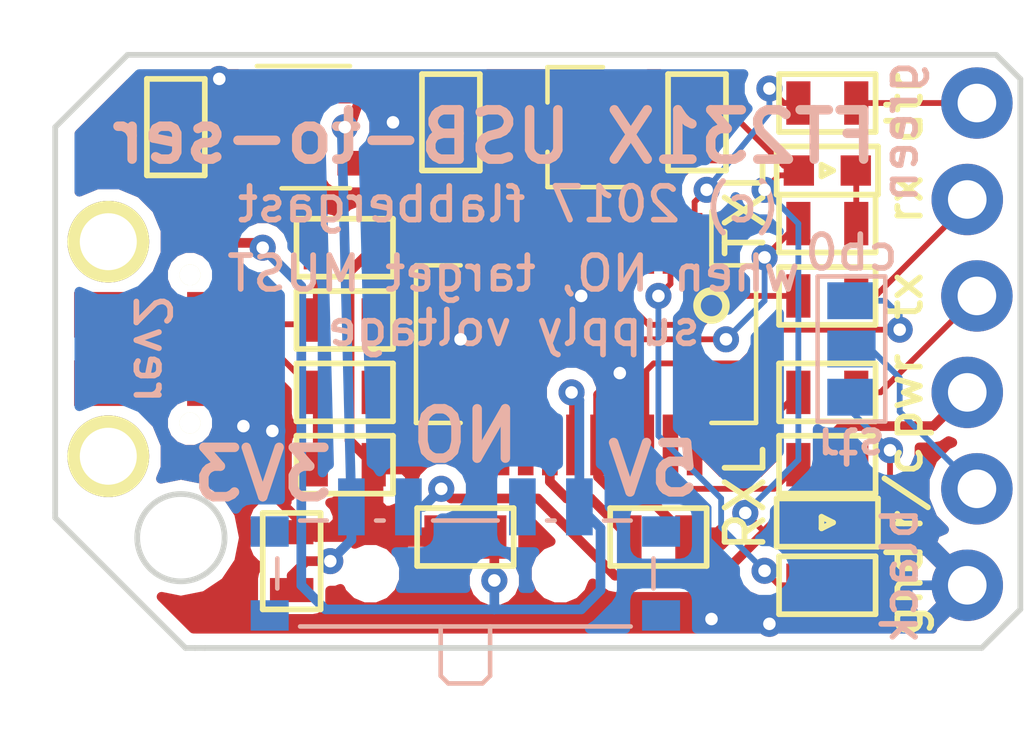
<source format=kicad_pcb>
(kicad_pcb (version 20171130) (host pcbnew 5.1.2)

  (general
    (thickness 1.6)
    (drawings 32)
    (tracks 239)
    (zones 0)
    (modules 25)
    (nets 34)
  )

  (page A4)
  (title_block
    (title "ft231xs USB-to-serial")
    (date 19/11/2017)
    (rev rev2)
    (company flabbergast)
  )

  (layers
    (0 F.Cu signal)
    (31 B.Cu signal)
    (32 B.Adhes user)
    (33 F.Adhes user)
    (34 B.Paste user)
    (35 F.Paste user)
    (36 B.SilkS user)
    (37 F.SilkS user)
    (38 B.Mask user)
    (39 F.Mask user)
    (40 Dwgs.User user)
    (41 Cmts.User user)
    (42 Eco1.User user)
    (43 Eco2.User user)
    (44 Edge.Cuts user)
    (45 Margin user)
    (46 B.CrtYd user)
    (47 F.CrtYd user)
    (48 B.Fab user)
    (49 F.Fab user)
  )

  (setup
    (last_trace_width 0.1524)
    (user_trace_width 0.2032)
    (user_trace_width 0.254)
    (trace_clearance 0.1524)
    (zone_clearance 0.3048)
    (zone_45_only no)
    (trace_min 0.1524)
    (via_size 0.6858)
    (via_drill 0.3302)
    (via_min_size 0.6858)
    (via_min_drill 0.3302)
    (uvia_size 0.508)
    (uvia_drill 0.127)
    (uvias_allowed no)
    (uvia_min_size 0.508)
    (uvia_min_drill 0.127)
    (edge_width 0.15)
    (segment_width 0.2)
    (pcb_text_width 0.3)
    (pcb_text_size 1.5 1.5)
    (mod_edge_width 0.15)
    (mod_text_size 1 1)
    (mod_text_width 0.15)
    (pad_size 1.524 1.524)
    (pad_drill 0.762)
    (pad_to_mask_clearance 0.2)
    (aux_axis_origin 0 0)
    (visible_elements FFFFFF7F)
    (pcbplotparams
      (layerselection 0x010f0_80000001)
      (usegerberextensions false)
      (usegerberattributes false)
      (usegerberadvancedattributes false)
      (creategerberjobfile false)
      (excludeedgelayer true)
      (linewidth 0.100000)
      (plotframeref false)
      (viasonmask false)
      (mode 1)
      (useauxorigin false)
      (hpglpennumber 1)
      (hpglpenspeed 20)
      (hpglpendiameter 15.000000)
      (psnegative false)
      (psa4output false)
      (plotreference true)
      (plotvalue true)
      (plotinvisibletext false)
      (padsonsilk false)
      (subtractmaskfromsilk false)
      (outputformat 1)
      (mirror false)
      (drillshape 0)
      (scaleselection 1)
      (outputdirectory "output"))
  )

  (net 0 "")
  (net 1 "Net-(U1-Pad7)")
  (net 2 "Net-(U1-Pad5)")
  (net 3 "Net-(U1-Pad8)")
  (net 4 "Net-(U1-Pad9)")
  (net 5 "Net-(U1-Pad19)")
  (net 6 "Net-(C1-Pad1)")
  (net 7 GND)
  (net 8 "Net-(C2-Pad1)")
  (net 9 "Net-(C3-Pad1)")
  (net 10 +5V)
  (net 11 "Net-(J1-Pad6)")
  (net 12 "Net-(J1-Pad4)")
  (net 13 "Net-(R1-Pad2)")
  (net 14 "Net-(R2-Pad1)")
  (net 15 "Net-(R3-Pad2)")
  (net 16 "Net-(R4-Pad2)")
  (net 17 "Net-(U2-Pad4)")
  (net 18 +3V3)
  (net 19 "Net-(SW1-Pad2)")
  (net 20 PWR_OUT)
  (net 21 "Net-(R5-Pad1)")
  (net 22 "Net-(R5-Pad2)")
  (net 23 "Net-(R6-Pad1)")
  (net 24 "Net-(R6-Pad2)")
  (net 25 "Net-(R7-Pad1)")
  (net 26 "Net-(R7-Pad2)")
  (net 27 "Net-(R8-Pad1)")
  (net 28 "Net-(R8-Pad2)")
  (net 29 "Net-(D3-Pad2)")
  (net 30 "Net-(R3-Pad1)")
  (net 31 "Net-(R4-Pad1)")
  (net 32 "Net-(SJ1-Pad2)")
  (net 33 "Net-(SJ1-Pad3)")

  (net_class Default "This is the default net class."
    (clearance 0.1524)
    (trace_width 0.1524)
    (via_dia 0.6858)
    (via_drill 0.3302)
    (uvia_dia 0.508)
    (uvia_drill 0.127)
    (add_net +3V3)
    (add_net +5V)
    (add_net GND)
    (add_net "Net-(C1-Pad1)")
    (add_net "Net-(C2-Pad1)")
    (add_net "Net-(C3-Pad1)")
    (add_net "Net-(D3-Pad2)")
    (add_net "Net-(J1-Pad4)")
    (add_net "Net-(J1-Pad6)")
    (add_net "Net-(R1-Pad2)")
    (add_net "Net-(R2-Pad1)")
    (add_net "Net-(R3-Pad1)")
    (add_net "Net-(R3-Pad2)")
    (add_net "Net-(R4-Pad1)")
    (add_net "Net-(R4-Pad2)")
    (add_net "Net-(R5-Pad1)")
    (add_net "Net-(R5-Pad2)")
    (add_net "Net-(R6-Pad1)")
    (add_net "Net-(R6-Pad2)")
    (add_net "Net-(R7-Pad1)")
    (add_net "Net-(R7-Pad2)")
    (add_net "Net-(R8-Pad1)")
    (add_net "Net-(R8-Pad2)")
    (add_net "Net-(SJ1-Pad2)")
    (add_net "Net-(SJ1-Pad3)")
    (add_net "Net-(SW1-Pad2)")
    (add_net "Net-(U1-Pad19)")
    (add_net "Net-(U1-Pad5)")
    (add_net "Net-(U1-Pad7)")
    (add_net "Net-(U1-Pad8)")
    (add_net "Net-(U1-Pad9)")
    (add_net "Net-(U2-Pad4)")
    (add_net PWR_OUT)
  )

  (module Package_SSOP:QSOP-20_3.9x8.7mm_P0.635mm (layer F.Cu) (tedit 59F1B616) (tstamp 59F0CB28)
    (at 217.805 112.395 270)
    (descr "20-Lead Plastic Shrink Small Outline Narrow Body (http://www.analog.com/media/en/technical-documentation/data-sheets/ADuM7640_7641_7642_7643.pdf)")
    (tags "QSOP 0.635")
    (path /59F0BE8F)
    (attr smd)
    (fp_text reference U1 (at 1.27 -3.302) (layer F.Fab)
      (effects (font (size 1 1) (thickness 0.15)))
    )
    (fp_text value FT231XS (at -0.127 -0.254) (layer F.Fab)
      (effects (font (size 1 1) (thickness 0.15)))
    )
    (fp_line (start -2.075 3.3) (end -2.075 4.475) (layer F.SilkS) (width 0.12))
    (fp_text user %R (at 1.143 1.905) (layer F.Fab)
      (effects (font (size 0.8 0.8) (thickness 0.08)))
    )
    (fp_line (start -0.95 -4.35) (end 1.95 -4.35) (layer F.Fab) (width 0.1))
    (fp_line (start 1.95 -4.35) (end 1.95 4.35) (layer F.Fab) (width 0.1))
    (fp_line (start 1.95 4.35) (end -1.95 4.35) (layer F.Fab) (width 0.1))
    (fp_line (start -1.95 4.35) (end -1.95 -3.35) (layer F.Fab) (width 0.1))
    (fp_line (start -1.95 -3.35) (end -0.95 -4.35) (layer F.Fab) (width 0.1))
    (fp_line (start -3.71 -4.6) (end -3.71 4.6) (layer F.CrtYd) (width 0.05))
    (fp_line (start 3.7 -4.6) (end 3.7 4.6) (layer F.CrtYd) (width 0.05))
    (fp_line (start -3.71 -4.6) (end 3.7 -4.6) (layer F.CrtYd) (width 0.05))
    (fp_line (start -3.71 4.6) (end 3.7 4.6) (layer F.CrtYd) (width 0.05))
    (fp_line (start -2.075 4.475) (end 2.075 4.475) (layer F.SilkS) (width 0.12))
    (fp_line (start -2.075 -4.475) (end 2.075 -4.475) (layer F.SilkS) (width 0.12))
    (fp_line (start -3.5 -3.3) (end -2.075 -3.3) (layer F.SilkS) (width 0.12))
    (fp_line (start 2.075 3.3) (end 2.075 4.475) (layer F.SilkS) (width 0.12))
    (fp_line (start -2.075 -3.3) (end -2.075 -4.475) (layer F.SilkS) (width 0.12))
    (fp_line (start 2.075 -3.3) (end 2.075 -4.475) (layer F.SilkS) (width 0.12))
    (pad 14 smd rect (at 2.6543 0.9525 270) (size 1.6 0.41) (layers F.Cu F.Paste F.Mask)
      (net 9 "Net-(C3-Pad1)"))
    (pad 15 smd rect (at 2.6543 0.3175 270) (size 1.6 0.41) (layers F.Cu F.Paste F.Mask)
      (net 10 +5V))
    (pad 7 smd rect (at -2.6543 0.9525 270) (size 1.6 0.41) (layers F.Cu F.Paste F.Mask)
      (net 1 "Net-(U1-Pad7)"))
    (pad 6 smd rect (at -2.6543 0.3175 270) (size 1.6 0.41) (layers F.Cu F.Paste F.Mask)
      (net 7 GND))
    (pad 17 smd rect (at 2.6543 -0.9525 270) (size 1.6 0.41) (layers F.Cu F.Paste F.Mask)
      (net 15 "Net-(R3-Pad2)"))
    (pad 16 smd rect (at 2.6543 -0.3175 270) (size 1.6 0.41) (layers F.Cu F.Paste F.Mask)
      (net 7 GND))
    (pad 5 smd rect (at -2.6543 -0.3175 270) (size 1.6 0.41) (layers F.Cu F.Paste F.Mask)
      (net 2 "Net-(U1-Pad5)"))
    (pad 4 smd rect (at -2.6543 -0.9525 270) (size 1.6 0.41) (layers F.Cu F.Paste F.Mask)
      (net 24 "Net-(R6-Pad2)"))
    (pad 1 smd rect (at -2.6543 -2.8575 270) (size 1.6 0.41) (layers F.Cu F.Paste F.Mask)
      (net 28 "Net-(R8-Pad2)"))
    (pad 2 smd rect (at -2.6543 -2.2225 270) (size 1.6 0.41) (layers F.Cu F.Paste F.Mask)
      (net 26 "Net-(R7-Pad2)"))
    (pad 3 smd rect (at -2.6543 -1.5875 270) (size 1.6 0.41) (layers F.Cu F.Paste F.Mask)
      (net 29 "Net-(D3-Pad2)"))
    (pad 8 smd rect (at -2.6543 1.5875 270) (size 1.6 0.41) (layers F.Cu F.Paste F.Mask)
      (net 3 "Net-(U1-Pad8)"))
    (pad 9 smd rect (at -2.6543 2.2225 270) (size 1.6 0.41) (layers F.Cu F.Paste F.Mask)
      (net 4 "Net-(U1-Pad9)"))
    (pad 10 smd rect (at -2.6543 2.8575 270) (size 1.6 0.41) (layers F.Cu F.Paste F.Mask)
      (net 16 "Net-(R4-Pad2)"))
    (pad 11 smd rect (at 2.6543 2.8575 270) (size 1.6 0.41) (layers F.Cu F.Paste F.Mask)
      (net 14 "Net-(R2-Pad1)"))
    (pad 12 smd rect (at 2.6543 2.2225 270) (size 1.6 0.41) (layers F.Cu F.Paste F.Mask)
      (net 13 "Net-(R1-Pad2)"))
    (pad 13 smd rect (at 2.6543 1.5875 270) (size 1.6 0.41) (layers F.Cu F.Paste F.Mask)
      (net 9 "Net-(C3-Pad1)"))
    (pad 18 smd rect (at 2.6543 -1.5875 270) (size 1.6 0.41) (layers F.Cu F.Paste F.Mask)
      (net 33 "Net-(SJ1-Pad3)"))
    (pad 19 smd rect (at 2.6543 -2.2225 270) (size 1.6 0.41) (layers F.Cu F.Paste F.Mask)
      (net 5 "Net-(U1-Pad19)"))
    (pad 20 smd rect (at 2.6543 -2.8575 270) (size 1.6 0.41) (layers F.Cu F.Paste F.Mask)
      (net 21 "Net-(R5-Pad1)"))
    (model ${KISYS3DMOD}/Package_SSOP.3dshapes/QSOP-20_3.9x8.7mm_P0.635mm.wrl
      (at (xyz 0 0 0))
      (scale (xyz 1 1 1))
      (rotate (xyz 0 0 0))
    )
  )

  (module flabbergast:0603 (layer F.Cu) (tedit 59F1B642) (tstamp 59F0CB59)
    (at 211.455 115.57)
    (path /59F0C2C6)
    (attr smd)
    (fp_text reference C1 (at 0 -0.127 90) (layer F.Fab)
      (effects (font (size 0.89916 0.89916) (thickness 0.14986)))
    )
    (fp_text value 47pF (at 0 0) (layer Cmts.User) hide
      (effects (font (size 0.89916 0.89916) (thickness 0.14986)))
    )
    (fp_line (start -1.27 -0.762) (end 1.27 -0.762) (layer F.SilkS) (width 0.14986))
    (fp_line (start 1.27 -0.762) (end 1.27 0.762) (layer F.SilkS) (width 0.14986))
    (fp_line (start 1.27 0.762) (end -1.27 0.762) (layer F.SilkS) (width 0.14986))
    (fp_line (start -1.27 0.762) (end -1.27 -0.762) (layer F.SilkS) (width 0.14986))
    (pad 1 smd rect (at -0.762 0) (size 0.635 1.143) (layers F.Cu F.Paste F.Mask)
      (net 6 "Net-(C1-Pad1)"))
    (pad 2 smd rect (at 0.762 0) (size 0.635 1.143) (layers F.Cu F.Paste F.Mask)
      (net 7 GND))
    (model smd\capacitors\C0603.wrl
      (offset (xyz 0 0 0.02539999961853028))
      (scale (xyz 0.5 0.5 0.5))
      (rotate (xyz 0 0 0))
    )
  )

  (module flabbergast:0603 (layer F.Cu) (tedit 59F1B5EB) (tstamp 59F0CB5F)
    (at 211.455 109.855)
    (path /59F0C2FF)
    (attr smd)
    (fp_text reference C2 (at 0 0 90) (layer F.Fab)
      (effects (font (size 0.89916 0.89916) (thickness 0.14986)))
    )
    (fp_text value 47pF (at 0 0) (layer Cmts.User) hide
      (effects (font (size 0.89916 0.89916) (thickness 0.14986)))
    )
    (fp_line (start -1.27 -0.762) (end 1.27 -0.762) (layer F.SilkS) (width 0.14986))
    (fp_line (start 1.27 -0.762) (end 1.27 0.762) (layer F.SilkS) (width 0.14986))
    (fp_line (start 1.27 0.762) (end -1.27 0.762) (layer F.SilkS) (width 0.14986))
    (fp_line (start -1.27 0.762) (end -1.27 -0.762) (layer F.SilkS) (width 0.14986))
    (pad 1 smd rect (at -0.762 0) (size 0.635 1.143) (layers F.Cu F.Paste F.Mask)
      (net 8 "Net-(C2-Pad1)"))
    (pad 2 smd rect (at 0.762 0) (size 0.635 1.143) (layers F.Cu F.Paste F.Mask)
      (net 7 GND))
    (model smd\capacitors\C0603.wrl
      (offset (xyz 0 0 0.02539999961853028))
      (scale (xyz 0.5 0.5 0.5))
      (rotate (xyz 0 0 0))
    )
  )

  (module flabbergast:0603 (layer F.Cu) (tedit 59F1B658) (tstamp 59F0CB65)
    (at 219.71 117.475)
    (path /59F0C7B2)
    (attr smd)
    (fp_text reference C3 (at 0 0 90) (layer F.Fab)
      (effects (font (size 0.89916 0.89916) (thickness 0.14986)))
    )
    (fp_text value 0.1uF (at 0 0) (layer Cmts.User) hide
      (effects (font (size 0.89916 0.89916) (thickness 0.14986)))
    )
    (fp_line (start -1.27 -0.762) (end 1.27 -0.762) (layer F.SilkS) (width 0.14986))
    (fp_line (start 1.27 -0.762) (end 1.27 0.762) (layer F.SilkS) (width 0.14986))
    (fp_line (start 1.27 0.762) (end -1.27 0.762) (layer F.SilkS) (width 0.14986))
    (fp_line (start -1.27 0.762) (end -1.27 -0.762) (layer F.SilkS) (width 0.14986))
    (pad 1 smd rect (at -0.762 0) (size 0.635 1.143) (layers F.Cu F.Paste F.Mask)
      (net 9 "Net-(C3-Pad1)"))
    (pad 2 smd rect (at 0.762 0) (size 0.635 1.143) (layers F.Cu F.Paste F.Mask)
      (net 7 GND))
    (model smd\capacitors\C0603.wrl
      (offset (xyz 0 0 0.02539999961853028))
      (scale (xyz 0.5 0.5 0.5))
      (rotate (xyz 0 0 0))
    )
  )

  (module flabbergast:USB_microB_2TH_OSHPARK (layer F.Cu) (tedit 59F1B636) (tstamp 59F0CB80)
    (at 205.232 112.522 270)
    (descr "USB microB 4pads THT")
    (tags "USB microB")
    (path /59F0C9EE)
    (fp_text reference J1 (at 0 -1.27 270) (layer F.Fab)
      (effects (font (size 0.8128 0.8128) (thickness 0.2032)))
    )
    (fp_text value USB_mini_micro_B (at 0 0 270) (layer F.SilkS) hide
      (effects (font (size 0.6 0.6) (thickness 0.15)))
    )
    (fp_text user "PCB edge" (at -0.05 1.45 270) (layer F.SilkS) hide
      (effects (font (size 0.5 0.5) (thickness 0.125)))
    )
    (fp_line (start 3.75 2.15) (end 4.25 2.75) (layer Dwgs.User) (width 0.2))
    (fp_line (start -3.75 2.15) (end -4.25 2.675) (layer Dwgs.User) (width 0.2))
    (fp_line (start -3 1.45) (end 3 1.45) (layer Dwgs.User) (width 0.2))
    (fp_line (start -3.75 2.15) (end -3.75 1.35) (layer Dwgs.User) (width 0.2))
    (fp_line (start -3.75 2.15) (end 3.75 2.15) (layer Dwgs.User) (width 0.2))
    (fp_line (start 3.75 2.15) (end 3.75 1.35) (layer Dwgs.User) (width 0.2))
    (pad 6 thru_hole circle (at 2.825 0 270) (size 2.15 2.15) (drill 1.5) (layers *.Cu *.Mask F.SilkS)
      (net 11 "Net-(J1-Pad6)"))
    (pad 5 smd rect (at 1.3 -3 90) (size 0.4 1.85) (layers F.Cu F.Paste F.Mask)
      (net 7 GND) (clearance 0.1))
    (pad 4 smd rect (at 0.65 -3 90) (size 0.4 1.85) (layers F.Cu F.Paste F.Mask)
      (net 12 "Net-(J1-Pad4)") (clearance 0.1))
    (pad 3 smd rect (at 0 -3 90) (size 0.4 1.85) (layers F.Cu F.Paste F.Mask)
      (net 6 "Net-(C1-Pad1)") (clearance 0.1))
    (pad 2 smd rect (at -0.65 -3 90) (size 0.4 1.85) (layers F.Cu F.Paste F.Mask)
      (net 8 "Net-(C2-Pad1)") (clearance 0.1))
    (pad 1 smd rect (at -1.3 -3 90) (size 0.4 1.85) (layers F.Cu F.Paste F.Mask)
      (net 10 +5V) (clearance 0.1))
    (pad 6 thru_hole circle (at -2.825 0 270) (size 2.15 2.15) (drill 1.5) (layers *.Cu *.Mask F.SilkS)
      (net 11 "Net-(J1-Pad6)"))
    (pad "" np_thru_hole circle (at 1.95 -2.15 90) (size 0.55 0.55) (drill 0.55) (layers *.Cu *.Mask F.SilkS))
    (pad "" np_thru_hole circle (at -1.95 -2.15 90) (size 0.55 0.55) (drill 0.55) (layers *.Cu *.Mask F.SilkS))
    (pad "" smd rect (at -0.9 0 90) (size 1.2 1.8) (layers F.Cu F.Paste F.Mask))
    (pad "" smd rect (at 0.9 0 90) (size 1.2 1.8) (layers F.Cu F.Paste F.Mask))
  )

  (module flabbergast:0603 (layer F.Cu) (tedit 59F1B5F5) (tstamp 59F0CB86)
    (at 211.455 111.76)
    (path /59F0C1EA)
    (attr smd)
    (fp_text reference R1 (at 0 0 90) (layer F.Fab)
      (effects (font (size 0.89916 0.89916) (thickness 0.14986)))
    )
    (fp_text value 27R (at 0 0) (layer Cmts.User) hide
      (effects (font (size 0.89916 0.89916) (thickness 0.14986)))
    )
    (fp_line (start -1.27 -0.762) (end 1.27 -0.762) (layer F.SilkS) (width 0.14986))
    (fp_line (start 1.27 -0.762) (end 1.27 0.762) (layer F.SilkS) (width 0.14986))
    (fp_line (start 1.27 0.762) (end -1.27 0.762) (layer F.SilkS) (width 0.14986))
    (fp_line (start -1.27 0.762) (end -1.27 -0.762) (layer F.SilkS) (width 0.14986))
    (pad 1 smd rect (at -0.762 0) (size 0.635 1.143) (layers F.Cu F.Paste F.Mask)
      (net 8 "Net-(C2-Pad1)"))
    (pad 2 smd rect (at 0.762 0) (size 0.635 1.143) (layers F.Cu F.Paste F.Mask)
      (net 13 "Net-(R1-Pad2)"))
    (model smd\capacitors\C0603.wrl
      (offset (xyz 0 0 0.02539999961853028))
      (scale (xyz 0.5 0.5 0.5))
      (rotate (xyz 0 0 0))
    )
  )

  (module flabbergast:0603 (layer F.Cu) (tedit 59F1B601) (tstamp 59F0CB8C)
    (at 211.455 113.665 180)
    (path /59F0C21F)
    (attr smd)
    (fp_text reference R2 (at -0.127 0 270) (layer F.Fab)
      (effects (font (size 0.89916 0.89916) (thickness 0.14986)))
    )
    (fp_text value 27R (at 0 0 180) (layer Cmts.User) hide
      (effects (font (size 0.89916 0.89916) (thickness 0.14986)))
    )
    (fp_line (start -1.27 -0.762) (end 1.27 -0.762) (layer F.SilkS) (width 0.14986))
    (fp_line (start 1.27 -0.762) (end 1.27 0.762) (layer F.SilkS) (width 0.14986))
    (fp_line (start 1.27 0.762) (end -1.27 0.762) (layer F.SilkS) (width 0.14986))
    (fp_line (start -1.27 0.762) (end -1.27 -0.762) (layer F.SilkS) (width 0.14986))
    (pad 1 smd rect (at -0.762 0 180) (size 0.635 1.143) (layers F.Cu F.Paste F.Mask)
      (net 14 "Net-(R2-Pad1)"))
    (pad 2 smd rect (at 0.762 0 180) (size 0.635 1.143) (layers F.Cu F.Paste F.Mask)
      (net 6 "Net-(C1-Pad1)"))
    (model smd\capacitors\C0603.wrl
      (offset (xyz 0 0 0.02539999961853028))
      (scale (xyz 0.5 0.5 0.5))
      (rotate (xyz 0 0 0))
    )
  )

  (module flabbergast:0603 (layer F.Cu) (tedit 59F1B5B5) (tstamp 59F0CB92)
    (at 224.155 115.57 180)
    (path /59F0C3F1)
    (attr smd)
    (fp_text reference R3 (at 0 0 270) (layer F.Fab)
      (effects (font (size 0.89916 0.89916) (thickness 0.14986)))
    )
    (fp_text value 390R (at 0 0 180) (layer Cmts.User) hide
      (effects (font (size 0.89916 0.89916) (thickness 0.14986)))
    )
    (fp_line (start -1.27 -0.762) (end 1.27 -0.762) (layer F.SilkS) (width 0.14986))
    (fp_line (start 1.27 -0.762) (end 1.27 0.762) (layer F.SilkS) (width 0.14986))
    (fp_line (start 1.27 0.762) (end -1.27 0.762) (layer F.SilkS) (width 0.14986))
    (fp_line (start -1.27 0.762) (end -1.27 -0.762) (layer F.SilkS) (width 0.14986))
    (pad 1 smd rect (at -0.762 0 180) (size 0.635 1.143) (layers F.Cu F.Paste F.Mask)
      (net 30 "Net-(R3-Pad1)"))
    (pad 2 smd rect (at 0.762 0 180) (size 0.635 1.143) (layers F.Cu F.Paste F.Mask)
      (net 15 "Net-(R3-Pad2)"))
    (model smd\capacitors\C0603.wrl
      (offset (xyz 0 0 0.02539999961853028))
      (scale (xyz 0.5 0.5 0.5))
      (rotate (xyz 0 0 0))
    )
  )

  (module flabbergast:0603 (layer F.Cu) (tedit 59F1B5A3) (tstamp 59F0CB98)
    (at 224.155 109.22 180)
    (path /59F0C435)
    (attr smd)
    (fp_text reference R4 (at 0 0 270) (layer F.Fab)
      (effects (font (size 0.89916 0.89916) (thickness 0.14986)))
    )
    (fp_text value 390R (at 0 0 180) (layer Cmts.User) hide
      (effects (font (size 0.89916 0.89916) (thickness 0.14986)))
    )
    (fp_line (start -1.27 -0.762) (end 1.27 -0.762) (layer F.SilkS) (width 0.14986))
    (fp_line (start 1.27 -0.762) (end 1.27 0.762) (layer F.SilkS) (width 0.14986))
    (fp_line (start 1.27 0.762) (end -1.27 0.762) (layer F.SilkS) (width 0.14986))
    (fp_line (start -1.27 0.762) (end -1.27 -0.762) (layer F.SilkS) (width 0.14986))
    (pad 1 smd rect (at -0.762 0 180) (size 0.635 1.143) (layers F.Cu F.Paste F.Mask)
      (net 31 "Net-(R4-Pad1)"))
    (pad 2 smd rect (at 0.762 0 180) (size 0.635 1.143) (layers F.Cu F.Paste F.Mask)
      (net 16 "Net-(R4-Pad2)"))
    (model smd\capacitors\C0603.wrl
      (offset (xyz 0 0 0.02539999961853028))
      (scale (xyz 0.5 0.5 0.5))
      (rotate (xyz 0 0 0))
    )
  )

  (module Package_TO_SOT_SMD:SOT-23-5 (layer F.Cu) (tedit 59F1B5D4) (tstamp 59F0CBA1)
    (at 210.693 106.68)
    (descr "5-pin SOT23 package")
    (tags SOT-23-5)
    (path /59F0D0CC)
    (attr smd)
    (fp_text reference U2 (at 0.635 0.127 90) (layer F.Fab)
      (effects (font (size 1 1) (thickness 0.15)))
    )
    (fp_text value ap2112k-3.3 (at 0 -2.286) (layer F.Fab)
      (effects (font (size 1 1) (thickness 0.15)))
    )
    (fp_text user %R (at 0 0 90) (layer F.Fab)
      (effects (font (size 0.5 0.5) (thickness 0.075)))
    )
    (fp_line (start -0.9 1.61) (end 0.9 1.61) (layer F.SilkS) (width 0.12))
    (fp_line (start 0.9 -1.61) (end -1.55 -1.61) (layer F.SilkS) (width 0.12))
    (fp_line (start -1.9 -1.8) (end 1.9 -1.8) (layer F.CrtYd) (width 0.05))
    (fp_line (start 1.9 -1.8) (end 1.9 1.8) (layer F.CrtYd) (width 0.05))
    (fp_line (start 1.9 1.8) (end -1.9 1.8) (layer F.CrtYd) (width 0.05))
    (fp_line (start -1.9 1.8) (end -1.9 -1.8) (layer F.CrtYd) (width 0.05))
    (fp_line (start -0.9 -0.9) (end -0.25 -1.55) (layer F.Fab) (width 0.1))
    (fp_line (start 0.9 -1.55) (end -0.25 -1.55) (layer F.Fab) (width 0.1))
    (fp_line (start -0.9 -0.9) (end -0.9 1.55) (layer F.Fab) (width 0.1))
    (fp_line (start 0.9 1.55) (end -0.9 1.55) (layer F.Fab) (width 0.1))
    (fp_line (start 0.9 -1.55) (end 0.9 1.55) (layer F.Fab) (width 0.1))
    (pad 1 smd rect (at -1.1 -0.95) (size 1.06 0.65) (layers F.Cu F.Paste F.Mask)
      (net 10 +5V))
    (pad 2 smd rect (at -1.1 0) (size 1.06 0.65) (layers F.Cu F.Paste F.Mask)
      (net 7 GND))
    (pad 3 smd rect (at -1.1 0.95) (size 1.06 0.65) (layers F.Cu F.Paste F.Mask)
      (net 10 +5V))
    (pad 4 smd rect (at 1.1 0.95) (size 1.06 0.65) (layers F.Cu F.Paste F.Mask)
      (net 17 "Net-(U2-Pad4)"))
    (pad 5 smd rect (at 1.1 -0.95) (size 1.06 0.65) (layers F.Cu F.Paste F.Mask)
      (net 18 +3V3))
    (model ${KISYS3DMOD}/Package_TO_SOT_SMD.3dshapes/SOT-23-5.wrl
      (at (xyz 0 0 0))
      (scale (xyz 1 1 1))
      (rotate (xyz 0 0 0))
    )
  )

  (module Button_Switch_SMD:SW_SP3T_PCM13 (layer B.Cu) (tedit 59F1B889) (tstamp 59F1008A)
    (at 214.63 118.11 180)
    (descr "Ultraminiature Surface Mount Slide Switch")
    (path /59F0D3DC)
    (attr smd)
    (fp_text reference SW1 (at 0 -0.508 180) (layer F.Fab)
      (effects (font (size 1 1) (thickness 0.15)))
    )
    (fp_text value pwr_sel (at 0 -4.25 180) (layer B.Fab)
      (effects (font (size 1 1) (thickness 0.15)) (justify mirror))
    )
    (fp_text user %R (at 0.127 -0.508 180) (layer B.Fab)
      (effects (font (size 1 1) (thickness 0.15)) (justify mirror))
    )
    (fp_line (start -0.65 -1.6) (end -0.65 -2.9) (layer B.Fab) (width 0.1))
    (fp_line (start -0.65 -2.9) (end -0.45 -3.1) (layer B.Fab) (width 0.1))
    (fp_line (start -0.45 -3.1) (end 0.4 -3.1) (layer B.Fab) (width 0.1))
    (fp_line (start 0.4 -3.1) (end 0.55 -2.95) (layer B.Fab) (width 0.1))
    (fp_line (start 0.55 -2.95) (end 0.65 -2.85) (layer B.Fab) (width 0.1))
    (fp_line (start 0.65 -2.85) (end 0.65 -1.6) (layer B.Fab) (width 0.1))
    (fp_line (start -4.85 -1.6) (end -4.85 0.95) (layer B.Fab) (width 0.1))
    (fp_line (start -4.85 0.95) (end 4.85 0.95) (layer B.Fab) (width 0.1))
    (fp_line (start 4.85 0.95) (end 4.85 -1.6) (layer B.Fab) (width 0.1))
    (fp_line (start 4.85 -1.6) (end -4.8 -1.6) (layer B.Fab) (width 0.1))
    (fp_line (start -4.35 1.07) (end -3.65 1.07) (layer B.SilkS) (width 0.12))
    (fp_line (start 3.65 1.07) (end 4.35 1.07) (layer B.SilkS) (width 0.12))
    (fp_line (start -2.35 1.07) (end -2.15 1.07) (layer B.SilkS) (width 0.12))
    (fp_line (start 2.15 1.07) (end 2.35 1.07) (layer B.SilkS) (width 0.12))
    (fp_line (start -5.9 2.45) (end 5.9 2.45) (layer B.CrtYd) (width 0.05))
    (fp_line (start 5.9 2.45) (end 5.9 -2.1) (layer B.CrtYd) (width 0.05))
    (fp_line (start 5.9 -2.1) (end 2.4 -2.1) (layer B.CrtYd) (width 0.05))
    (fp_line (start 2.4 -2.1) (end 2.4 -3.4) (layer B.CrtYd) (width 0.05))
    (fp_line (start 2.4 -3.4) (end -2.4 -3.4) (layer B.CrtYd) (width 0.05))
    (fp_line (start -2.4 -3.4) (end -2.4 -2.1) (layer B.CrtYd) (width 0.05))
    (fp_line (start -2.4 -2.1) (end -5.9 -2.1) (layer B.CrtYd) (width 0.05))
    (fp_line (start -5.9 -2.1) (end -5.9 2.45) (layer B.CrtYd) (width 0.05))
    (fp_line (start -0.65 -3.02) (end -0.45 -3.22) (layer B.SilkS) (width 0.12))
    (fp_line (start 0.65 -3.02) (end 0.45 -3.22) (layer B.SilkS) (width 0.12))
    (fp_line (start -0.65 -1.72) (end -0.65 -3.02) (layer B.SilkS) (width 0.12))
    (fp_line (start 0.45 -3.22) (end -0.45 -3.22) (layer B.SilkS) (width 0.12))
    (fp_line (start 0.65 -3.02) (end 0.65 -1.72) (layer B.SilkS) (width 0.12))
    (fp_line (start -4.35 -1.72) (end 4.35 -1.72) (layer B.SilkS) (width 0.12))
    (fp_line (start -0.85 1.07) (end 0.85 1.07) (layer B.SilkS) (width 0.12))
    (fp_line (start -4.95 0.07) (end -4.95 -0.72) (layer B.SilkS) (width 0.12))
    (fp_line (start 4.95 -0.72) (end 4.95 0.07) (layer B.SilkS) (width 0.12))
    (pad "" np_thru_hole circle (at -2.5 -0.33 180) (size 0.9 0.9) (drill 0.9) (layers *.Cu *.Mask))
    (pad "" np_thru_hole circle (at 2.5 -0.33 180) (size 0.9 0.9) (drill 0.9) (layers *.Cu *.Mask))
    (pad 1 smd rect (at -3 1.43 180) (size 0.7 1.5) (layers B.Cu B.Paste B.Mask)
      (net 10 +5V))
    (pad 2 smd rect (at -1.5 1.43 180) (size 0.7 1.5) (layers B.Cu B.Paste B.Mask)
      (net 19 "Net-(SW1-Pad2)"))
    (pad 3 smd rect (at 1.5 1.43 180) (size 0.7 1.5) (layers B.Cu B.Paste B.Mask)
      (net 20 PWR_OUT))
    (pad 4 smd rect (at 3 1.43 180) (size 0.7 1.5) (layers B.Cu B.Paste B.Mask)
      (net 18 +3V3))
    (pad "" smd rect (at -5.15 -1.43 180) (size 1 0.8) (layers B.Cu B.Paste B.Mask))
    (pad "" smd rect (at 5.15 -1.43 180) (size 1 0.8) (layers B.Cu B.Paste B.Mask))
    (pad "" smd rect (at 5.15 0.78 180) (size 1 0.8) (layers B.Cu B.Paste B.Mask))
    (pad "" smd rect (at -5.15 0.78 180) (size 1 0.8) (layers B.Cu B.Paste B.Mask))
    (model ${KISYS3DMOD}/Button_Switch_SMD.3dshapes/SW_SP3T_PCM13.wrl
      (at (xyz 0 0 0))
      (scale (xyz 1 1 1))
      (rotate (xyz 0 0 0))
    )
  )

  (module flabbergast:M06_LOCK_NOSILK (layer F.Cu) (tedit 5728A903) (tstamp 59F10EDB)
    (at 227.965 118.745 90)
    (path /59F0CE10)
    (attr virtual)
    (fp_text reference Y1 (at 1.778 -2.032 90) (layer Cmts.User) hide
      (effects (font (size 0.89916 0.89916) (thickness 0.14986)))
    )
    (fp_text value FTDI (at 1.778 2.032 90) (layer Cmts.User) hide
      (effects (font (size 0.89916 0.89916) (thickness 0.14986)))
    )
    (fp_line (start 12.446 0.254) (end 12.954 0.254) (layer Dwgs.User) (width 0.06604))
    (fp_line (start 12.954 0.254) (end 12.954 -0.254) (layer Dwgs.User) (width 0.06604))
    (fp_line (start 12.446 -0.254) (end 12.954 -0.254) (layer Dwgs.User) (width 0.06604))
    (fp_line (start 12.446 0.254) (end 12.446 -0.254) (layer Dwgs.User) (width 0.06604))
    (fp_line (start 9.906 0.254) (end 10.414 0.254) (layer Dwgs.User) (width 0.06604))
    (fp_line (start 10.414 0.254) (end 10.414 -0.254) (layer Dwgs.User) (width 0.06604))
    (fp_line (start 9.906 -0.254) (end 10.414 -0.254) (layer Dwgs.User) (width 0.06604))
    (fp_line (start 9.906 0.254) (end 9.906 -0.254) (layer Dwgs.User) (width 0.06604))
    (fp_line (start 7.366 0.254) (end 7.874 0.254) (layer Dwgs.User) (width 0.06604))
    (fp_line (start 7.874 0.254) (end 7.874 -0.254) (layer Dwgs.User) (width 0.06604))
    (fp_line (start 7.366 -0.254) (end 7.874 -0.254) (layer Dwgs.User) (width 0.06604))
    (fp_line (start 7.366 0.254) (end 7.366 -0.254) (layer Dwgs.User) (width 0.06604))
    (fp_line (start 4.826 0.254) (end 5.334 0.254) (layer Dwgs.User) (width 0.06604))
    (fp_line (start 5.334 0.254) (end 5.334 -0.254) (layer Dwgs.User) (width 0.06604))
    (fp_line (start 4.826 -0.254) (end 5.334 -0.254) (layer Dwgs.User) (width 0.06604))
    (fp_line (start 4.826 0.254) (end 4.826 -0.254) (layer Dwgs.User) (width 0.06604))
    (fp_line (start 2.286 0.254) (end 2.794 0.254) (layer Dwgs.User) (width 0.06604))
    (fp_line (start 2.794 0.254) (end 2.794 -0.254) (layer Dwgs.User) (width 0.06604))
    (fp_line (start 2.286 -0.254) (end 2.794 -0.254) (layer Dwgs.User) (width 0.06604))
    (fp_line (start 2.286 0.254) (end 2.286 -0.254) (layer Dwgs.User) (width 0.06604))
    (fp_line (start -0.254 0.254) (end 0.254 0.254) (layer Dwgs.User) (width 0.06604))
    (fp_line (start 0.254 0.254) (end 0.254 -0.254) (layer Dwgs.User) (width 0.06604))
    (fp_line (start -0.254 -0.254) (end 0.254 -0.254) (layer Dwgs.User) (width 0.06604))
    (fp_line (start -0.254 0.254) (end -0.254 -0.254) (layer Dwgs.User) (width 0.06604))
    (fp_line (start 11.43 -0.635) (end 12.065 -1.27) (layer Dwgs.User) (width 0.2032))
    (fp_line (start 12.065 -1.27) (end 13.335 -1.27) (layer Dwgs.User) (width 0.2032))
    (fp_line (start 13.335 -1.27) (end 13.97 -0.635) (layer Dwgs.User) (width 0.2032))
    (fp_line (start 13.97 0.635) (end 13.335 1.27) (layer Dwgs.User) (width 0.2032))
    (fp_line (start 13.335 1.27) (end 12.065 1.27) (layer Dwgs.User) (width 0.2032))
    (fp_line (start 12.065 1.27) (end 11.43 0.635) (layer Dwgs.User) (width 0.2032))
    (fp_line (start 6.985 -1.27) (end 8.255 -1.27) (layer Dwgs.User) (width 0.2032))
    (fp_line (start 8.255 -1.27) (end 8.89 -0.635) (layer Dwgs.User) (width 0.2032))
    (fp_line (start 8.89 0.635) (end 8.255 1.27) (layer Dwgs.User) (width 0.2032))
    (fp_line (start 8.89 -0.635) (end 9.525 -1.27) (layer Dwgs.User) (width 0.2032))
    (fp_line (start 9.525 -1.27) (end 10.795 -1.27) (layer Dwgs.User) (width 0.2032))
    (fp_line (start 10.795 -1.27) (end 11.43 -0.635) (layer Dwgs.User) (width 0.2032))
    (fp_line (start 11.43 0.635) (end 10.795 1.27) (layer Dwgs.User) (width 0.2032))
    (fp_line (start 10.795 1.27) (end 9.525 1.27) (layer Dwgs.User) (width 0.2032))
    (fp_line (start 9.525 1.27) (end 8.89 0.635) (layer Dwgs.User) (width 0.2032))
    (fp_line (start 3.81 -0.635) (end 4.445 -1.27) (layer Dwgs.User) (width 0.2032))
    (fp_line (start 4.445 -1.27) (end 5.715 -1.27) (layer Dwgs.User) (width 0.2032))
    (fp_line (start 5.715 -1.27) (end 6.35 -0.635) (layer Dwgs.User) (width 0.2032))
    (fp_line (start 6.35 0.635) (end 5.715 1.27) (layer Dwgs.User) (width 0.2032))
    (fp_line (start 5.715 1.27) (end 4.445 1.27) (layer Dwgs.User) (width 0.2032))
    (fp_line (start 4.445 1.27) (end 3.81 0.635) (layer Dwgs.User) (width 0.2032))
    (fp_line (start 6.985 -1.27) (end 6.35 -0.635) (layer Dwgs.User) (width 0.2032))
    (fp_line (start 6.35 0.635) (end 6.985 1.27) (layer Dwgs.User) (width 0.2032))
    (fp_line (start 8.255 1.27) (end 6.985 1.27) (layer Dwgs.User) (width 0.2032))
    (fp_line (start -0.635 -1.27) (end 0.635 -1.27) (layer Dwgs.User) (width 0.2032))
    (fp_line (start 0.635 -1.27) (end 1.27 -0.635) (layer Dwgs.User) (width 0.2032))
    (fp_line (start 1.27 0.635) (end 0.635 1.27) (layer Dwgs.User) (width 0.2032))
    (fp_line (start 1.27 -0.635) (end 1.905 -1.27) (layer Dwgs.User) (width 0.2032))
    (fp_line (start 1.905 -1.27) (end 3.175 -1.27) (layer Dwgs.User) (width 0.2032))
    (fp_line (start 3.175 -1.27) (end 3.81 -0.635) (layer Dwgs.User) (width 0.2032))
    (fp_line (start 3.81 0.635) (end 3.175 1.27) (layer Dwgs.User) (width 0.2032))
    (fp_line (start 3.175 1.27) (end 1.905 1.27) (layer Dwgs.User) (width 0.2032))
    (fp_line (start 1.905 1.27) (end 1.27 0.635) (layer Dwgs.User) (width 0.2032))
    (fp_line (start -1.27 -0.635) (end -1.27 0.635) (layer Dwgs.User) (width 0.2032))
    (fp_line (start -0.635 -1.27) (end -1.27 -0.635) (layer Dwgs.User) (width 0.2032))
    (fp_line (start -1.27 0.635) (end -0.635 1.27) (layer Dwgs.User) (width 0.2032))
    (fp_line (start 0.635 1.27) (end -0.635 1.27) (layer Dwgs.User) (width 0.2032))
    (fp_line (start 13.97 -0.635) (end 13.97 0.635) (layer Dwgs.User) (width 0.2032))
    (pad 1 thru_hole circle (at 0 -0.127 90) (size 1.8796 1.8796) (drill 1.016) (layers *.Cu *.Mask)
      (net 7 GND))
    (pad 2 thru_hole circle (at 2.54 0.127 90) (size 1.8796 1.8796) (drill 1.016) (layers *.Cu *.Mask)
      (net 32 "Net-(SJ1-Pad2)"))
    (pad 3 thru_hole circle (at 5.08 -0.127 90) (size 1.8796 1.8796) (drill 1.016) (layers *.Cu *.Mask)
      (net 20 PWR_OUT))
    (pad 4 thru_hole circle (at 7.62 0.127 90) (size 1.8796 1.8796) (drill 1.016) (layers *.Cu *.Mask)
      (net 22 "Net-(R5-Pad2)"))
    (pad 5 thru_hole circle (at 10.16 -0.127 90) (size 1.8796 1.8796) (drill 1.016) (layers *.Cu *.Mask)
      (net 23 "Net-(R6-Pad1)"))
    (pad 6 thru_hole circle (at 12.7 0.127 90) (size 1.8796 1.8796) (drill 1.016) (layers *.Cu *.Mask)
      (net 27 "Net-(R8-Pad1)"))
  )

  (module flabbergast:0603 (layer F.Cu) (tedit 59F1B64E) (tstamp 59F12AC6)
    (at 214.63 117.475 180)
    (path /59F0E7BA)
    (attr smd)
    (fp_text reference C4 (at 0 0 270) (layer F.Fab)
      (effects (font (size 0.89916 0.89916) (thickness 0.14986)))
    )
    (fp_text value 0.1uF (at 0 0 180) (layer Cmts.User) hide
      (effects (font (size 0.89916 0.89916) (thickness 0.14986)))
    )
    (fp_line (start -1.27 -0.762) (end 1.27 -0.762) (layer F.SilkS) (width 0.14986))
    (fp_line (start 1.27 -0.762) (end 1.27 0.762) (layer F.SilkS) (width 0.14986))
    (fp_line (start 1.27 0.762) (end -1.27 0.762) (layer F.SilkS) (width 0.14986))
    (fp_line (start -1.27 0.762) (end -1.27 -0.762) (layer F.SilkS) (width 0.14986))
    (pad 1 smd rect (at -0.762 0 180) (size 0.635 1.143) (layers F.Cu F.Paste F.Mask)
      (net 10 +5V))
    (pad 2 smd rect (at 0.762 0 180) (size 0.635 1.143) (layers F.Cu F.Paste F.Mask)
      (net 7 GND))
    (model smd\capacitors\C0603.wrl
      (offset (xyz 0 0 0.02539999961853028))
      (scale (xyz 0.5 0.5 0.5))
      (rotate (xyz 0 0 0))
    )
  )

  (module flabbergast:0603 (layer F.Cu) (tedit 59F1B5E1) (tstamp 59F12ACC)
    (at 207.01 106.68 90)
    (path /59F0E765)
    (attr smd)
    (fp_text reference C5 (at -0.127 0 180) (layer F.Fab)
      (effects (font (size 0.89916 0.89916) (thickness 0.14986)))
    )
    (fp_text value 10uF (at 0 0 90) (layer Cmts.User) hide
      (effects (font (size 0.89916 0.89916) (thickness 0.14986)))
    )
    (fp_line (start -1.27 -0.762) (end 1.27 -0.762) (layer F.SilkS) (width 0.14986))
    (fp_line (start 1.27 -0.762) (end 1.27 0.762) (layer F.SilkS) (width 0.14986))
    (fp_line (start 1.27 0.762) (end -1.27 0.762) (layer F.SilkS) (width 0.14986))
    (fp_line (start -1.27 0.762) (end -1.27 -0.762) (layer F.SilkS) (width 0.14986))
    (pad 1 smd rect (at -0.762 0 90) (size 0.635 1.143) (layers F.Cu F.Paste F.Mask)
      (net 10 +5V))
    (pad 2 smd rect (at 0.762 0 90) (size 0.635 1.143) (layers F.Cu F.Paste F.Mask)
      (net 7 GND))
    (model smd\capacitors\C0603.wrl
      (offset (xyz 0 0 0.02539999961853028))
      (scale (xyz 0.5 0.5 0.5))
      (rotate (xyz 0 0 0))
    )
  )

  (module flabbergast:0603 (layer F.Cu) (tedit 59F1B59C) (tstamp 59F12AD2)
    (at 214.249 106.553 270)
    (path /59F0E7FE)
    (attr smd)
    (fp_text reference C6 (at 0 0) (layer F.Fab)
      (effects (font (size 0.89916 0.89916) (thickness 0.14986)))
    )
    (fp_text value 10uF (at 0 0 270) (layer Cmts.User) hide
      (effects (font (size 0.89916 0.89916) (thickness 0.14986)))
    )
    (fp_line (start -1.27 -0.762) (end 1.27 -0.762) (layer F.SilkS) (width 0.14986))
    (fp_line (start 1.27 -0.762) (end 1.27 0.762) (layer F.SilkS) (width 0.14986))
    (fp_line (start 1.27 0.762) (end -1.27 0.762) (layer F.SilkS) (width 0.14986))
    (fp_line (start -1.27 0.762) (end -1.27 -0.762) (layer F.SilkS) (width 0.14986))
    (pad 1 smd rect (at -0.762 0 270) (size 0.635 1.143) (layers F.Cu F.Paste F.Mask)
      (net 18 +3V3))
    (pad 2 smd rect (at 0.762 0 270) (size 0.635 1.143) (layers F.Cu F.Paste F.Mask)
      (net 7 GND))
    (model smd\capacitors\C0603.wrl
      (offset (xyz 0 0 0.02539999961853028))
      (scale (xyz 0.5 0.5 0.5))
      (rotate (xyz 0 0 0))
    )
  )

  (module flabbergast:0603 (layer F.Cu) (tedit 59F1B5AD) (tstamp 59F12ADE)
    (at 224.155 113.665)
    (path /59F0F43F)
    (attr smd)
    (fp_text reference R5 (at 0 0 90) (layer F.Fab)
      (effects (font (size 0.89916 0.89916) (thickness 0.14986)))
    )
    (fp_text value 390R (at 0 0) (layer Cmts.User) hide
      (effects (font (size 0.89916 0.89916) (thickness 0.14986)))
    )
    (fp_line (start -1.27 -0.762) (end 1.27 -0.762) (layer F.SilkS) (width 0.14986))
    (fp_line (start 1.27 -0.762) (end 1.27 0.762) (layer F.SilkS) (width 0.14986))
    (fp_line (start 1.27 0.762) (end -1.27 0.762) (layer F.SilkS) (width 0.14986))
    (fp_line (start -1.27 0.762) (end -1.27 -0.762) (layer F.SilkS) (width 0.14986))
    (pad 1 smd rect (at -0.762 0) (size 0.635 1.143) (layers F.Cu F.Paste F.Mask)
      (net 21 "Net-(R5-Pad1)"))
    (pad 2 smd rect (at 0.762 0) (size 0.635 1.143) (layers F.Cu F.Paste F.Mask)
      (net 22 "Net-(R5-Pad2)"))
    (model smd\capacitors\C0603.wrl
      (offset (xyz 0 0 0.02539999961853028))
      (scale (xyz 0.5 0.5 0.5))
      (rotate (xyz 0 0 0))
    )
  )

  (module flabbergast:0603 (layer F.Cu) (tedit 59F1B5A6) (tstamp 59F12AE4)
    (at 224.155 111.125 180)
    (path /59F0F3F2)
    (attr smd)
    (fp_text reference R6 (at 0 0 270) (layer F.Fab)
      (effects (font (size 0.89916 0.89916) (thickness 0.14986)))
    )
    (fp_text value 390R (at 0 0 180) (layer Cmts.User) hide
      (effects (font (size 0.89916 0.89916) (thickness 0.14986)))
    )
    (fp_line (start -1.27 -0.762) (end 1.27 -0.762) (layer F.SilkS) (width 0.14986))
    (fp_line (start 1.27 -0.762) (end 1.27 0.762) (layer F.SilkS) (width 0.14986))
    (fp_line (start 1.27 0.762) (end -1.27 0.762) (layer F.SilkS) (width 0.14986))
    (fp_line (start -1.27 0.762) (end -1.27 -0.762) (layer F.SilkS) (width 0.14986))
    (pad 1 smd rect (at -0.762 0 180) (size 0.635 1.143) (layers F.Cu F.Paste F.Mask)
      (net 23 "Net-(R6-Pad1)"))
    (pad 2 smd rect (at 0.762 0 180) (size 0.635 1.143) (layers F.Cu F.Paste F.Mask)
      (net 24 "Net-(R6-Pad2)"))
    (model smd\capacitors\C0603.wrl
      (offset (xyz 0 0 0.02539999961853028))
      (scale (xyz 0.5 0.5 0.5))
      (rotate (xyz 0 0 0))
    )
  )

  (module flabbergast:0603 (layer F.Cu) (tedit 59F1B5B9) (tstamp 59F12AEA)
    (at 224.155 118.745 180)
    (path /59F0F1BA)
    (attr smd)
    (fp_text reference R7 (at -0.127 0 270) (layer F.Fab)
      (effects (font (size 0.89916 0.89916) (thickness 0.14986)))
    )
    (fp_text value 1kR (at 0 0 180) (layer Cmts.User) hide
      (effects (font (size 0.89916 0.89916) (thickness 0.14986)))
    )
    (fp_line (start -1.27 -0.762) (end 1.27 -0.762) (layer F.SilkS) (width 0.14986))
    (fp_line (start 1.27 -0.762) (end 1.27 0.762) (layer F.SilkS) (width 0.14986))
    (fp_line (start 1.27 0.762) (end -1.27 0.762) (layer F.SilkS) (width 0.14986))
    (fp_line (start -1.27 0.762) (end -1.27 -0.762) (layer F.SilkS) (width 0.14986))
    (pad 1 smd rect (at -0.762 0 180) (size 0.635 1.143) (layers F.Cu F.Paste F.Mask)
      (net 25 "Net-(R7-Pad1)"))
    (pad 2 smd rect (at 0.762 0 180) (size 0.635 1.143) (layers F.Cu F.Paste F.Mask)
      (net 26 "Net-(R7-Pad2)"))
    (model smd\capacitors\C0603.wrl
      (offset (xyz 0 0 0.02539999961853028))
      (scale (xyz 0.5 0.5 0.5))
      (rotate (xyz 0 0 0))
    )
  )

  (module flabbergast:0603 (layer F.Cu) (tedit 59F1B5BF) (tstamp 59F12AF0)
    (at 224.155 106.045 180)
    (path /59F0F34E)
    (attr smd)
    (fp_text reference R8 (at 0 0 270) (layer F.Fab)
      (effects (font (size 0.89916 0.89916) (thickness 0.14986)))
    )
    (fp_text value 390R (at 0 0 180) (layer Cmts.User) hide
      (effects (font (size 0.89916 0.89916) (thickness 0.14986)))
    )
    (fp_line (start -1.27 -0.762) (end 1.27 -0.762) (layer F.SilkS) (width 0.14986))
    (fp_line (start 1.27 -0.762) (end 1.27 0.762) (layer F.SilkS) (width 0.14986))
    (fp_line (start 1.27 0.762) (end -1.27 0.762) (layer F.SilkS) (width 0.14986))
    (fp_line (start -1.27 0.762) (end -1.27 -0.762) (layer F.SilkS) (width 0.14986))
    (pad 1 smd rect (at -0.762 0 180) (size 0.635 1.143) (layers F.Cu F.Paste F.Mask)
      (net 27 "Net-(R8-Pad1)"))
    (pad 2 smd rect (at 0.762 0 180) (size 0.635 1.143) (layers F.Cu F.Paste F.Mask)
      (net 28 "Net-(R8-Pad2)"))
    (model smd\capacitors\C0603.wrl
      (offset (xyz 0 0 0.02539999961853028))
      (scale (xyz 0.5 0.5 0.5))
      (rotate (xyz 0 0 0))
    )
  )

  (module flabbergast:0603 (layer F.Cu) (tedit 59F1B61D) (tstamp 59F12AF6)
    (at 220.726 106.553 90)
    (path /59F0FF43)
    (attr smd)
    (fp_text reference R9 (at 0 0 180) (layer F.Fab)
      (effects (font (size 0.89916 0.89916) (thickness 0.14986)))
    )
    (fp_text value 390R (at 0 0 90) (layer Cmts.User) hide
      (effects (font (size 0.89916 0.89916) (thickness 0.14986)))
    )
    (fp_line (start -1.27 -0.762) (end 1.27 -0.762) (layer F.SilkS) (width 0.14986))
    (fp_line (start 1.27 -0.762) (end 1.27 0.762) (layer F.SilkS) (width 0.14986))
    (fp_line (start 1.27 0.762) (end -1.27 0.762) (layer F.SilkS) (width 0.14986))
    (fp_line (start -1.27 0.762) (end -1.27 -0.762) (layer F.SilkS) (width 0.14986))
    (pad 1 smd rect (at -0.762 0 90) (size 0.635 1.143) (layers F.Cu F.Paste F.Mask)
      (net 29 "Net-(D3-Pad2)"))
    (pad 2 smd rect (at 0.762 0 90) (size 0.635 1.143) (layers F.Cu F.Paste F.Mask)
      (net 20 PWR_OUT))
    (model smd\capacitors\C0603.wrl
      (offset (xyz 0 0 0.02539999961853028))
      (scale (xyz 0.5 0.5 0.5))
      (rotate (xyz 0 0 0))
    )
  )

  (module flabbergast:0603 (layer F.Cu) (tedit 59F47698) (tstamp 59F47596)
    (at 210.058 118.11 270)
    (path /59F473C9)
    (attr smd)
    (fp_text reference R10 (at 0 0) (layer F.Fab)
      (effects (font (size 0.89916 0.89916) (thickness 0.14986)))
    )
    (fp_text value 1kR (at 0 0 270) (layer Cmts.User) hide
      (effects (font (size 0.89916 0.89916) (thickness 0.14986)))
    )
    (fp_line (start -1.27 -0.762) (end 1.27 -0.762) (layer F.SilkS) (width 0.14986))
    (fp_line (start 1.27 -0.762) (end 1.27 0.762) (layer F.SilkS) (width 0.14986))
    (fp_line (start 1.27 0.762) (end -1.27 0.762) (layer F.SilkS) (width 0.14986))
    (fp_line (start -1.27 0.762) (end -1.27 -0.762) (layer F.SilkS) (width 0.14986))
    (pad 1 smd rect (at -0.762 0 270) (size 0.635 1.143) (layers F.Cu F.Paste F.Mask)
      (net 7 GND))
    (pad 2 smd rect (at 0.762 0 270) (size 0.635 1.143) (layers F.Cu F.Paste F.Mask)
      (net 18 +3V3))
    (model smd\capacitors\C0603.wrl
      (offset (xyz 0 0 0.02539999961853028))
      (scale (xyz 0.5 0.5 0.5))
      (rotate (xyz 0 0 0))
    )
  )

  (module Diode_SMD:D_SOT-23_ANK (layer F.Cu) (tedit 59F48152) (tstamp 59F4801F)
    (at 217.551 106.68 180)
    (descr "SOT-23, Single Diode")
    (tags SOT-23)
    (path /59F474FE)
    (attr smd)
    (fp_text reference D3 (at 0.381 1.016 180) (layer F.Fab)
      (effects (font (size 1 1) (thickness 0.15)))
    )
    (fp_text value D_Schottky (at 0 2.5 180) (layer F.Fab)
      (effects (font (size 1 1) (thickness 0.15)))
    )
    (fp_text user %R (at 0.381 1.016 180) (layer F.Fab)
      (effects (font (size 1 1) (thickness 0.15)))
    )
    (fp_line (start -0.15 -0.45) (end -0.4 -0.45) (layer F.Fab) (width 0.1))
    (fp_line (start -0.15 -0.25) (end 0.15 -0.45) (layer F.Fab) (width 0.1))
    (fp_line (start -0.15 -0.65) (end -0.15 -0.25) (layer F.Fab) (width 0.1))
    (fp_line (start 0.15 -0.45) (end -0.15 -0.65) (layer F.Fab) (width 0.1))
    (fp_line (start 0.15 -0.45) (end 0.4 -0.45) (layer F.Fab) (width 0.1))
    (fp_line (start 0.15 -0.65) (end 0.15 -0.25) (layer F.Fab) (width 0.1))
    (fp_line (start 0.76 1.58) (end 0.76 0.65) (layer F.SilkS) (width 0.12))
    (fp_line (start 0.76 -1.58) (end 0.76 -0.65) (layer F.SilkS) (width 0.12))
    (fp_line (start 0.7 -1.52) (end 0.7 1.52) (layer F.Fab) (width 0.1))
    (fp_line (start -0.7 1.52) (end 0.7 1.52) (layer F.Fab) (width 0.1))
    (fp_line (start -1.7 -1.75) (end 1.7 -1.75) (layer F.CrtYd) (width 0.05))
    (fp_line (start 1.7 -1.75) (end 1.7 1.75) (layer F.CrtYd) (width 0.05))
    (fp_line (start 1.7 1.75) (end -1.7 1.75) (layer F.CrtYd) (width 0.05))
    (fp_line (start -1.7 1.75) (end -1.7 -1.75) (layer F.CrtYd) (width 0.05))
    (fp_line (start 0.76 -1.58) (end -1.4 -1.58) (layer F.SilkS) (width 0.12))
    (fp_line (start -0.7 -1.52) (end 0.7 -1.52) (layer F.Fab) (width 0.1))
    (fp_line (start -0.7 -1.52) (end -0.7 1.52) (layer F.Fab) (width 0.1))
    (fp_line (start 0.76 1.58) (end -0.7 1.58) (layer F.SilkS) (width 0.12))
    (pad 2 smd rect (at -1 -0.95 180) (size 0.9 0.8) (layers F.Cu F.Paste F.Mask)
      (net 29 "Net-(D3-Pad2)"))
    (pad "" smd rect (at -1 0.95 180) (size 0.9 0.8) (layers F.Cu F.Paste F.Mask))
    (pad 1 smd rect (at 1 0 180) (size 0.9 0.8) (layers F.Cu F.Paste F.Mask)
      (net 18 +3V3))
    (model ${KISYS3DMOD}/Diode_SMD.3dshapes/D_SOT-23.wrl
      (at (xyz 0 0 0))
      (scale (xyz 1 1 1))
      (rotate (xyz 0 0 0))
    )
  )

  (module flabbergast:LED-0603 (layer F.Cu) (tedit 5A120E7D) (tstamp 5A120E1A)
    (at 224.155 117.094)
    (descr "LED 0603 smd package")
    (tags "LED led 0603 SMD smd SMT smt smdled SMDLED smtled SMTLED")
    (path /59F0C48A)
    (attr smd)
    (fp_text reference RXL1 (at -2.094 -0.224 90) (layer F.Fab)
      (effects (font (size 0.89916 0.89916) (thickness 0.14986)))
    )
    (fp_text value RED_LED (at 0 -1.2065) (layer Cmts.User) hide
      (effects (font (size 0.89916 0.89916) (thickness 0.14986)))
    )
    (fp_line (start -0.1524 -0.1524) (end 0.1524 0) (layer F.SilkS) (width 0.14986))
    (fp_line (start 0.1524 0) (end -0.1524 0.1524) (layer F.SilkS) (width 0.14986))
    (fp_line (start -0.1524 0.1524) (end -0.1524 -0.1524) (layer F.SilkS) (width 0.14986))
    (fp_line (start -1.3335 -0.635) (end 1.3335 -0.635) (layer F.SilkS) (width 0.14986))
    (fp_line (start 1.3335 -0.635) (end 1.3335 0.635) (layer F.SilkS) (width 0.14986))
    (fp_line (start 1.3335 0.635) (end -1.3335 0.635) (layer F.SilkS) (width 0.14986))
    (fp_line (start -1.3335 0.635) (end -1.3335 -0.635) (layer F.SilkS) (width 0.14986))
    (pad 1 smd rect (at -0.7493 0) (size 0.79756 0.79756) (layers F.Cu F.Paste F.Mask)
      (net 20 PWR_OUT))
    (pad 2 smd rect (at 0.7493 0) (size 0.79756 0.79756) (layers F.Cu F.Paste F.Mask)
      (net 30 "Net-(R3-Pad1)"))
  )

  (module flabbergast:GS3 (layer B.Cu) (tedit 5A6BA13E) (tstamp 5A120E21)
    (at 224.79 112.522)
    (descr "3-pin solder bridge")
    (tags "solder bridge")
    (path /5A6B9E2E)
    (attr smd)
    (fp_text reference SJ1 (at -1.7 0 90) (layer F.Fab)
      (effects (font (size 1 1) (thickness 0.15)))
    )
    (fp_text value R/C (at -1.778 0 270) (layer B.Fab)
      (effects (font (size 1 1) (thickness 0.15)) (justify mirror))
    )
    (fp_line (start -1.15 2.15) (end 1.15 2.15) (layer B.CrtYd) (width 0.05))
    (fp_line (start 1.15 2.15) (end 1.15 -2.15) (layer B.CrtYd) (width 0.05))
    (fp_line (start 1.15 -2.15) (end -1.15 -2.15) (layer B.CrtYd) (width 0.05))
    (fp_line (start -1.15 -2.15) (end -1.15 2.15) (layer B.CrtYd) (width 0.05))
    (fp_line (start -0.89 1.91) (end -0.89 -1.91) (layer B.SilkS) (width 0.12))
    (fp_line (start -0.89 -1.91) (end 0.89 -1.91) (layer B.SilkS) (width 0.12))
    (fp_line (start 0.89 -1.91) (end 0.89 1.91) (layer B.SilkS) (width 0.12))
    (fp_line (start -0.89 1.91) (end 0.89 1.91) (layer B.SilkS) (width 0.12))
    (pad 1 smd rect (at 0 1.27) (size 1.27 0.97) (layers B.Cu B.Paste B.Mask)
      (net 25 "Net-(R7-Pad1)"))
    (pad 2 smd rect (at 0 0) (size 1.27 0.97) (layers B.Cu B.Paste B.Mask)
      (net 32 "Net-(SJ1-Pad2)"))
    (pad 3 smd rect (at 0 -1.27) (size 1.27 0.97) (layers B.Cu B.Paste B.Mask)
      (net 33 "Net-(SJ1-Pad3)"))
  )

  (module flabbergast:LED-0603 (layer F.Cu) (tedit 5A120E2D) (tstamp 5A120E27)
    (at 224.155 107.823)
    (descr "LED 0603 smd package")
    (tags "LED led 0603 SMD smd SMT smt smdled SMDLED smtled SMTLED")
    (path /59F0C4D5)
    (attr smd)
    (fp_text reference TXL1 (at -1.905 -0.635 90) (layer F.Fab)
      (effects (font (size 0.89916 0.89916) (thickness 0.14986)))
    )
    (fp_text value AMBER_LED (at 0 -1.2065) (layer Cmts.User) hide
      (effects (font (size 0.89916 0.89916) (thickness 0.14986)))
    )
    (fp_line (start -0.1524 -0.1524) (end 0.1524 0) (layer F.SilkS) (width 0.14986))
    (fp_line (start 0.1524 0) (end -0.1524 0.1524) (layer F.SilkS) (width 0.14986))
    (fp_line (start -0.1524 0.1524) (end -0.1524 -0.1524) (layer F.SilkS) (width 0.14986))
    (fp_line (start -1.3335 -0.635) (end 1.3335 -0.635) (layer F.SilkS) (width 0.14986))
    (fp_line (start 1.3335 -0.635) (end 1.3335 0.635) (layer F.SilkS) (width 0.14986))
    (fp_line (start 1.3335 0.635) (end -1.3335 0.635) (layer F.SilkS) (width 0.14986))
    (fp_line (start -1.3335 0.635) (end -1.3335 -0.635) (layer F.SilkS) (width 0.14986))
    (pad 1 smd rect (at -0.7493 0) (size 0.79756 0.79756) (layers F.Cu F.Paste F.Mask)
      (net 20 PWR_OUT))
    (pad 2 smd rect (at 0.7493 0) (size 0.79756 0.79756) (layers F.Cu F.Paste F.Mask)
      (net 31 "Net-(R4-Pad1)"))
  )

  (gr_text cb0 (at 224.79 109.982) (layer B.SilkS)
    (effects (font (size 0.89 0.89) (thickness 0.15)) (justify mirror))
  )
  (gr_text rts (at 224.79 115.062 180) (layer B.SilkS)
    (effects (font (size 0.89 0.89) (thickness 0.15)) (justify mirror))
  )
  (gr_text RXL (at 221.996 116.459 90) (layer F.SilkS)
    (effects (font (size 1 1) (thickness 0.15)))
  )
  (gr_text TXL (at 221.996 108.839 90) (layer F.SilkS)
    (effects (font (size 1 1) (thickness 0.15)))
  )
  (gr_text rev2 (at 206.375 112.522 270) (layer B.SilkS)
    (effects (font (size 0.89 0.89) (thickness 0.15)) (justify mirror))
  )
  (gr_text "when NO, target MUST\nsupply voltage" (at 215.9 111.252) (layer B.SilkS)
    (effects (font (size 0.89 0.89) (thickness 0.15)) (justify mirror))
  )
  (gr_text black (at 226.06 118.491 90) (layer B.SilkS)
    (effects (font (size 0.89 0.89) (thickness 0.15)) (justify mirror))
  )
  (gr_text green (at 226.06 106.807 90) (layer B.SilkS)
    (effects (font (size 0.89 0.89) (thickness 0.15)) (justify mirror))
  )
  (gr_text "(c) 2017 flabbergast" (at 215.773 108.712) (layer B.SilkS)
    (effects (font (size 0.89 0.89) (thickness 0.15)) (justify mirror))
  )
  (gr_text "FT231X USB-to-ser" (at 215.392 106.934) (layer B.SilkS)
    (effects (font (size 1.3 1.3) (thickness 0.25)) (justify mirror))
  )
  (gr_text NO (at 214.63 114.808) (layer B.SilkS)
    (effects (font (size 1.3 1.3) (thickness 0.25)) (justify mirror))
  )
  (gr_text 3V3 (at 209.296 115.824) (layer B.SilkS)
    (effects (font (size 1.3 1.3) (thickness 0.25)) (justify mirror))
  )
  (gr_text 5V (at 219.583 115.697) (layer B.SilkS)
    (effects (font (size 1.3 1.3) (thickness 0.25)) (justify mirror))
  )
  (gr_text r/c (at 226.187 116.205 90) (layer F.SilkS)
    (effects (font (size 0.89 0.89) (thickness 0.15)))
  )
  (gr_text pwr (at 226.187 113.792 90) (layer F.SilkS)
    (effects (font (size 0.89 0.89) (thickness 0.15)))
  )
  (gr_text tx (at 226.187 111.125 90) (layer F.SilkS)
    (effects (font (size 0.89 0.89) (thickness 0.15)))
  )
  (gr_text rx (at 226.187 108.585 90) (layer F.SilkS)
    (effects (font (size 0.89 0.89) (thickness 0.15)))
  )
  (gr_text dtr (at 226.187 106.172 90) (layer F.SilkS)
    (effects (font (size 0.89 0.89) (thickness 0.15)))
  )
  (gr_text gnd (at 226.187 118.872 90) (layer F.SilkS)
    (effects (font (size 0.89 0.89) (thickness 0.15)))
  )
  (gr_circle (center 221.107 111.379) (end 221.488 111.379) (layer F.SilkS) (width 0.2))
  (gr_circle (center 207.143 117.492) (end 208.293 117.492) (layer Edge.Cuts) (width 0.15))
  (gr_line (start 203.835 116.967) (end 203.835 116.84) (angle 90) (layer Edge.Cuts) (width 0.15))
  (gr_line (start 207.264 120.396) (end 203.835 116.967) (angle 90) (layer Edge.Cuts) (width 0.15))
  (gr_line (start 207.518 120.396) (end 207.264 120.396) (angle 90) (layer Edge.Cuts) (width 0.15))
  (gr_line (start 207.772 120.396) (end 207.518 120.396) (angle 90) (layer Edge.Cuts) (width 0.15))
  (gr_line (start 228.219 120.396) (end 207.772 120.396) (angle 90) (layer Edge.Cuts) (width 0.15))
  (gr_line (start 229.235 119.38) (end 228.219 120.396) (angle 90) (layer Edge.Cuts) (width 0.15))
  (gr_line (start 203.835 106.68) (end 203.835 116.84) (angle 90) (layer Edge.Cuts) (width 0.15))
  (gr_line (start 205.74 104.775) (end 203.835 106.68) (angle 90) (layer Edge.Cuts) (width 0.15))
  (gr_line (start 228.6 104.775) (end 205.74 104.775) (angle 90) (layer Edge.Cuts) (width 0.15))
  (gr_line (start 229.235 105.41) (end 228.6 104.775) (angle 90) (layer Edge.Cuts) (width 0.15))
  (gr_line (start 229.235 119.38) (end 229.235 105.41) (angle 90) (layer Edge.Cuts) (width 0.15))

  (segment (start 210.693 113.665) (end 210.693 115.57) (width 0.1524) (layer F.Cu) (net 6))
  (segment (start 208.232 112.522) (end 209.55 112.522) (width 0.1524) (layer F.Cu) (net 6))
  (segment (start 209.55 112.522) (end 210.693 113.665) (width 0.1524) (layer F.Cu) (net 6) (tstamp 59F0F348))
  (segment (start 214.376 107.315) (end 214.249 106.68) (width 0.254) (layer F.Cu) (net 7))
  (segment (start 207.645 105.918) (end 207.01 105.918) (width 0.254) (layer F.Cu) (net 7) (tstamp 59F0F429))
  (segment (start 208.153 105.41) (end 207.645 105.918) (width 0.254) (layer F.Cu) (net 7) (tstamp 59F0F428))
  (via (at 208.153 105.41) (size 0.6858) (drill 0.3302) (layers F.Cu B.Cu) (net 7))
  (segment (start 212.217 105.41) (end 208.153 105.41) (width 0.254) (layer B.Cu) (net 7) (tstamp 59F0F420))
  (segment (start 212.725 106.553) (end 212.217 105.41) (width 0.254) (layer B.Cu) (net 7) (tstamp 59F0F41F))
  (via (at 212.725 106.553) (size 0.6858) (drill 0.3302) (layers F.Cu B.Cu) (net 7))
  (segment (start 214.249 106.68) (end 212.725 106.553) (width 0.254) (layer F.Cu) (net 7) (tstamp 59F47858))
  (segment (start 212.217 109.855) (end 212.217 109.093) (width 0.254) (layer F.Cu) (net 7))
  (segment (start 213.995 108.077) (end 214.376 107.315) (width 0.254) (layer F.Cu) (net 7) (tstamp 59F47846))
  (segment (start 212.217 109.093) (end 213.995 108.077) (width 0.254) (layer F.Cu) (net 7) (tstamp 59F47845))
  (segment (start 208.232 115.014) (end 208.328 115.014) (width 0.254) (layer F.Cu) (net 7))
  (segment (start 208.915 115.316) (end 208.915 115.697) (width 0.254) (layer F.Cu) (net 7) (tstamp 59F1B34A))
  (segment (start 209.55 114.681) (end 208.915 115.316) (width 0.254) (layer F.Cu) (net 7) (tstamp 59F1B349))
  (via (at 209.55 114.681) (size 0.6858) (drill 0.3302) (layers F.Cu B.Cu) (net 7))
  (segment (start 208.915 114.681) (end 209.55 114.681) (width 0.254) (layer B.Cu) (net 7) (tstamp 59F1B347))
  (segment (start 208.788 114.554) (end 208.915 114.681) (width 0.254) (layer B.Cu) (net 7) (tstamp 59F1B346))
  (via (at 208.788 114.554) (size 0.6858) (drill 0.3302) (layers F.Cu B.Cu) (net 7))
  (segment (start 208.328 115.014) (end 208.788 114.554) (width 0.254) (layer F.Cu) (net 7) (tstamp 59F1B342))
  (segment (start 222.123 119.126) (end 221.488 119.126) (width 0.254) (layer B.Cu) (net 7))
  (segment (start 222.504 119.507) (end 222.123 119.126) (width 0.254) (layer B.Cu) (net 7) (tstamp 59F1B30A))
  (segment (start 222.504 119.634) (end 222.504 119.507) (width 0.254) (layer B.Cu) (net 7) (tstamp 59F1B309))
  (segment (start 222.631 119.761) (end 222.504 119.634) (width 0.254) (layer B.Cu) (net 7) (tstamp 59F1B308))
  (via (at 222.631 119.761) (size 0.6858) (drill 0.3302) (layers F.Cu B.Cu) (net 7))
  (segment (start 221.234 119.761) (end 222.631 119.761) (width 0.254) (layer F.Cu) (net 7) (tstamp 59F1B304))
  (segment (start 221.107 119.634) (end 221.234 119.761) (width 0.254) (layer F.Cu) (net 7) (tstamp 59F1B303))
  (via (at 221.107 119.634) (size 0.6858) (drill 0.3302) (layers F.Cu B.Cu) (net 7))
  (segment (start 221.488 119.126) (end 221.107 119.634) (width 0.254) (layer B.Cu) (net 7) (tstamp 59F1B2FF))
  (segment (start 218.694 113.157) (end 217.932 112.395) (width 0.254) (layer B.Cu) (net 7))
  (segment (start 213.868 109.855) (end 212.217 109.855) (width 0.254) (layer F.Cu) (net 7) (tstamp 59F1B2E7))
  (segment (start 213.868 111.633) (end 213.868 109.855) (width 0.254) (layer F.Cu) (net 7) (tstamp 59F1B2E1))
  (segment (start 214.503 112.268) (end 213.868 111.633) (width 0.254) (layer F.Cu) (net 7) (tstamp 59F1B2E0))
  (via (at 214.503 112.268) (size 0.6858) (drill 0.3302) (layers F.Cu B.Cu) (net 7))
  (segment (start 214.63 112.395) (end 214.503 112.268) (width 0.254) (layer B.Cu) (net 7) (tstamp 59F1B2D9))
  (segment (start 217.932 112.395) (end 214.63 112.395) (width 0.254) (layer B.Cu) (net 7) (tstamp 59F1B2D6))
  (segment (start 227.838 118.745) (end 223.774 118.745) (width 0.254) (layer B.Cu) (net 7))
  (segment (start 219.075 113.538) (end 218.694 113.157) (width 0.254) (layer B.Cu) (net 7) (tstamp 59F0F814))
  (segment (start 219.075 114.808) (end 219.075 113.538) (width 0.254) (layer B.Cu) (net 7) (tstamp 59F0F813))
  (segment (start 220.98 116.713) (end 219.075 114.808) (width 0.254) (layer B.Cu) (net 7) (tstamp 59F0F80E))
  (segment (start 220.98 117.983) (end 220.98 116.713) (width 0.254) (layer B.Cu) (net 7) (tstamp 59F0F80C))
  (segment (start 222.123 119.126) (end 220.98 117.983) (width 0.254) (layer B.Cu) (net 7) (tstamp 59F0F808))
  (segment (start 223.393 119.126) (end 222.123 119.126) (width 0.254) (layer B.Cu) (net 7) (tstamp 59F0F806))
  (segment (start 223.774 118.745) (end 223.393 119.126) (width 0.254) (layer B.Cu) (net 7) (tstamp 59F0F804))
  (segment (start 218.1225 115.0493) (end 218.1225 115.8875) (width 0.254) (layer F.Cu) (net 7))
  (segment (start 219.557602 116.560602) (end 220.472 117.475) (width 0.254) (layer F.Cu) (net 7) (tstamp 59F0F7A7))
  (segment (start 218.795602 116.560602) (end 219.557602 116.560602) (width 0.254) (layer F.Cu) (net 7) (tstamp 59F0F7A3))
  (segment (start 218.1225 115.8875) (end 218.795602 116.560602) (width 0.254) (layer F.Cu) (net 7) (tstamp 59F0F798))
  (segment (start 217.4875 109.7407) (end 217.4875 110.9345) (width 0.254) (layer F.Cu) (net 7))
  (segment (start 218.1225 113.7285) (end 218.1225 115.0493) (width 0.254) (layer F.Cu) (net 7) (tstamp 59F0F791))
  (segment (start 218.694 113.157) (end 218.1225 113.7285) (width 0.254) (layer F.Cu) (net 7) (tstamp 59F0F790))
  (via (at 218.694 113.157) (size 0.6858) (drill 0.3302) (layers F.Cu B.Cu) (net 7))
  (segment (start 218.694 112.141) (end 218.694 113.157) (width 0.254) (layer B.Cu) (net 7) (tstamp 59F0F78D))
  (segment (start 217.678 111.125) (end 218.694 112.141) (width 0.254) (layer B.Cu) (net 7) (tstamp 59F0F78C))
  (via (at 217.678 111.125) (size 0.6858) (drill 0.3302) (layers F.Cu B.Cu) (net 7))
  (segment (start 217.4875 110.9345) (end 217.678 111.125) (width 0.254) (layer F.Cu) (net 7) (tstamp 59F0F78A))
  (segment (start 212.217 115.57) (end 211.582 114.935) (width 0.254) (layer F.Cu) (net 7))
  (segment (start 211.582 114.935) (end 211.582 110.49) (width 0.254) (layer F.Cu) (net 7) (tstamp 59F0F775))
  (segment (start 211.582 110.49) (end 212.217 109.855) (width 0.254) (layer F.Cu) (net 7) (tstamp 59F0F777))
  (segment (start 212.217 115.57) (end 212.217 117.475) (width 0.254) (layer F.Cu) (net 7))
  (segment (start 208.232 113.822) (end 208.232 115.014) (width 0.254) (layer F.Cu) (net 7))
  (segment (start 210.693 117.475) (end 212.217 117.475) (width 0.254) (layer F.Cu) (net 7) (tstamp 59F0F443))
  (segment (start 212.217 117.475) (end 213.868 117.475) (width 0.254) (layer F.Cu) (net 7) (tstamp 59F0F449))
  (segment (start 208.915 115.697) (end 210.693 117.475) (width 0.254) (layer F.Cu) (net 7) (tstamp 59F1B34D))
  (segment (start 207.01 105.918) (end 207.772 105.918) (width 0.254) (layer F.Cu) (net 7))
  (segment (start 207.772 105.918) (end 208.534 106.68) (width 0.254) (layer F.Cu) (net 7) (tstamp 59F0F3D0))
  (segment (start 208.534 106.68) (end 209.72 106.68) (width 0.254) (layer F.Cu) (net 7) (tstamp 59F0F3D2))
  (segment (start 210.693 111.76) (end 210.693 109.855) (width 0.1524) (layer F.Cu) (net 8))
  (segment (start 208.232 111.872) (end 210.581 111.872) (width 0.1524) (layer F.Cu) (net 8))
  (segment (start 210.581 111.872) (end 210.693 111.76) (width 0.1524) (layer F.Cu) (net 8) (tstamp 59F0F341))
  (segment (start 218.948 117.475) (end 217.932 116.459) (width 0.254) (layer F.Cu) (net 9))
  (segment (start 216.8525 116.0145) (end 216.8525 115.0493) (width 0.254) (layer F.Cu) (net 9) (tstamp 59F0F50F))
  (segment (start 217.297 116.459) (end 216.8525 116.0145) (width 0.254) (layer F.Cu) (net 9) (tstamp 59F0F509))
  (segment (start 217.932 116.459) (end 217.297 116.459) (width 0.254) (layer F.Cu) (net 9) (tstamp 59F0F4FF))
  (segment (start 216.2175 115.0493) (end 216.8525 115.0493) (width 0.254) (layer F.Cu) (net 9))
  (segment (start 209.593 107.63) (end 209.997 107.63) (width 0.254) (layer F.Cu) (net 10))
  (segment (start 209.997 107.63) (end 210.439 107.188) (width 0.254) (layer F.Cu) (net 10) (tstamp 5A0F4A1D))
  (segment (start 210.439 107.188) (end 210.439 106.045) (width 0.254) (layer F.Cu) (net 10) (tstamp 5A0F4A20))
  (segment (start 210.439 106.045) (end 210.124 105.73) (width 0.254) (layer F.Cu) (net 10) (tstamp 5A0F4A22))
  (segment (start 210.124 105.73) (end 209.593 105.73) (width 0.254) (layer F.Cu) (net 10) (tstamp 5A0F4A25))
  (segment (start 209.339 107.63) (end 209.87 107.63) (width 0.254) (layer F.Cu) (net 10))
  (segment (start 209.87 105.73) (end 209.339 105.73) (width 0.254) (layer F.Cu) (net 10) (tstamp 59F477FC))
  (segment (start 213.36 119.38) (end 210.947 119.38) (width 0.254) (layer B.Cu) (net 10))
  (segment (start 209.169 109.728) (end 209.296 109.855) (width 0.254) (layer F.Cu) (net 10) (tstamp 59F0F45C))
  (via (at 209.296 109.855) (size 0.6858) (drill 0.3302) (layers F.Cu B.Cu) (net 10))
  (segment (start 215.392 119.38) (end 213.36 119.38) (width 0.254) (layer B.Cu) (net 10) (tstamp 59F0F46D))
  (segment (start 209.169 109.728) (end 208.407 109.728) (width 0.254) (layer F.Cu) (net 10))
  (segment (start 210.312 110.871) (end 209.296 109.855) (width 0.254) (layer B.Cu) (net 10) (tstamp 59F4773A))
  (segment (start 210.312 118.745) (end 210.312 110.871) (width 0.254) (layer B.Cu) (net 10) (tstamp 59F47735))
  (segment (start 210.947 119.38) (end 210.312 118.745) (width 0.254) (layer B.Cu) (net 10) (tstamp 59F4772F))
  (segment (start 217.63 116.68) (end 217.63 113.871) (width 0.254) (layer B.Cu) (net 10))
  (segment (start 217.4875 113.7285) (end 217.4875 115.0493) (width 0.254) (layer F.Cu) (net 10) (tstamp 59F0F580))
  (segment (start 217.424 113.665) (end 217.4875 113.7285) (width 0.254) (layer F.Cu) (net 10) (tstamp 59F0F57F))
  (via (at 217.424 113.665) (size 0.6858) (drill 0.3302) (layers F.Cu B.Cu) (net 10))
  (segment (start 217.63 113.871) (end 217.424 113.665) (width 0.254) (layer B.Cu) (net 10) (tstamp 59F0F577))
  (segment (start 215.392 117.475) (end 215.392 118.618) (width 0.254) (layer F.Cu) (net 10))
  (segment (start 215.392 118.618) (end 215.392 119.38) (width 0.254) (layer B.Cu) (net 10) (tstamp 59F0F481))
  (via (at 215.392 118.618) (size 0.6858) (drill 0.3302) (layers F.Cu B.Cu) (net 10))
  (segment (start 215.392 119.38) (end 215.392 119.253) (width 0.254) (layer B.Cu) (net 10) (tstamp 59F0F482))
  (segment (start 215.392 119.253) (end 215.392 119.38) (width 0.254) (layer B.Cu) (net 10) (tstamp 59F0F484))
  (segment (start 218.186 117.236) (end 217.63 116.68) (width 0.254) (layer B.Cu) (net 10) (tstamp 59F0F479))
  (segment (start 218.186 118.872) (end 218.186 117.236) (width 0.254) (layer B.Cu) (net 10) (tstamp 59F0F478))
  (segment (start 217.678 119.38) (end 218.186 118.872) (width 0.254) (layer B.Cu) (net 10) (tstamp 59F0F471))
  (segment (start 215.392 119.38) (end 217.678 119.38) (width 0.254) (layer B.Cu) (net 10) (tstamp 59F0F485))
  (segment (start 207.01 107.442) (end 208.534 107.442) (width 0.254) (layer F.Cu) (net 10))
  (segment (start 208.722 107.63) (end 209.72 107.63) (width 0.254) (layer F.Cu) (net 10) (tstamp 59F0F3B9))
  (segment (start 208.534 107.442) (end 208.722 107.63) (width 0.254) (layer F.Cu) (net 10) (tstamp 59F0F3B7))
  (segment (start 208.232 111.222) (end 208.232 111.173) (width 0.254) (layer F.Cu) (net 10))
  (segment (start 208.232 111.173) (end 208.407 110.998) (width 0.254) (layer F.Cu) (net 10) (tstamp 59F0F3AB))
  (segment (start 208.407 110.998) (end 208.407 109.728) (width 0.254) (layer F.Cu) (net 10) (tstamp 59F0F3AF))
  (segment (start 208.407 109.728) (end 208.407 108.839) (width 0.254) (layer F.Cu) (net 10) (tstamp 59F0F45A))
  (segment (start 208.407 108.839) (end 207.01 107.442) (width 0.254) (layer F.Cu) (net 10) (tstamp 59F0F3B2))
  (segment (start 212.217 111.76) (end 212.217 112.141) (width 0.1524) (layer F.Cu) (net 13))
  (segment (start 212.217 112.141) (end 213.36 113.284) (width 0.1524) (layer F.Cu) (net 13) (tstamp 59F0F375))
  (segment (start 213.36 113.284) (end 214.884 113.284) (width 0.1524) (layer F.Cu) (net 13) (tstamp 59F0F378))
  (segment (start 214.884 113.284) (end 215.5825 113.9825) (width 0.1524) (layer F.Cu) (net 13) (tstamp 59F0F37F))
  (segment (start 215.5825 113.9825) (end 215.5825 115.0493) (width 0.1524) (layer F.Cu) (net 13) (tstamp 59F0F382))
  (segment (start 212.217 113.665) (end 214.503 113.665) (width 0.1524) (layer F.Cu) (net 14))
  (segment (start 214.9475 114.1095) (end 214.9475 115.0493) (width 0.1524) (layer F.Cu) (net 14) (tstamp 59F0F371))
  (segment (start 214.503 113.665) (end 214.9475 114.1095) (width 0.1524) (layer F.Cu) (net 14) (tstamp 59F0F36E))
  (segment (start 218.7575 115.0493) (end 218.7575 116.0145) (width 0.1524) (layer F.Cu) (net 15))
  (segment (start 222.758 116.205) (end 223.393 115.57) (width 0.1524) (layer F.Cu) (net 15) (tstamp 59F0F637))
  (segment (start 218.948 116.205) (end 222.758 116.205) (width 0.1524) (layer F.Cu) (net 15) (tstamp 59F0F632))
  (segment (start 218.7575 116.0145) (end 218.948 116.205) (width 0.1524) (layer F.Cu) (net 15) (tstamp 59F0F630))
  (segment (start 214.9475 109.7407) (end 214.9475 110.9345) (width 0.1524) (layer F.Cu) (net 16))
  (segment (start 222.504 110.109) (end 223.393 109.22) (width 0.1524) (layer F.Cu) (net 16) (tstamp 59F0F6BD))
  (via (at 222.504 110.109) (size 0.6858) (drill 0.3302) (layers F.Cu B.Cu) (net 16))
  (segment (start 222.504 111.252) (end 222.504 110.109) (width 0.1524) (layer B.Cu) (net 16) (tstamp 59F0F6B8))
  (segment (start 221.488 112.268) (end 222.504 111.252) (width 0.1524) (layer B.Cu) (net 16) (tstamp 59F0F6B7))
  (via (at 221.488 112.268) (size 0.6858) (drill 0.3302) (layers F.Cu B.Cu) (net 16))
  (segment (start 216.281 112.268) (end 221.488 112.268) (width 0.1524) (layer F.Cu) (net 16) (tstamp 59F0F6AA))
  (segment (start 214.9475 110.9345) (end 216.281 112.268) (width 0.1524) (layer F.Cu) (net 16) (tstamp 59F0F6A6))
  (segment (start 211.793 105.73) (end 214.188 105.73) (width 0.254) (layer F.Cu) (net 18))
  (segment (start 214.188 105.73) (end 214.249 105.791) (width 0.254) (layer F.Cu) (net 18) (tstamp 59F48111))
  (segment (start 213.868 105.791) (end 215.662 105.791) (width 0.1524) (layer F.Cu) (net 18))
  (segment (start 215.662 105.791) (end 216.551 106.68) (width 0.1524) (layer F.Cu) (net 18) (tstamp 59F48076))
  (segment (start 211.63 116.68) (end 211.63 117.554) (width 0.254) (layer B.Cu) (net 18))
  (segment (start 210.058 118.491) (end 210.058 118.872) (width 0.254) (layer F.Cu) (net 18) (tstamp 59F47724))
  (segment (start 210.439 118.11) (end 210.058 118.491) (width 0.254) (layer F.Cu) (net 18) (tstamp 59F47722))
  (segment (start 211.074 118.11) (end 210.439 118.11) (width 0.254) (layer F.Cu) (net 18) (tstamp 59F47721))
  (via (at 211.074 118.11) (size 0.6858) (drill 0.3302) (layers F.Cu B.Cu) (net 18))
  (segment (start 211.63 117.554) (end 211.074 118.11) (width 0.254) (layer B.Cu) (net 18) (tstamp 59F47715))
  (segment (start 211.63 116.68) (end 211.376 106.759) (width 0.254) (layer B.Cu) (net 18))
  (segment (start 211.666 106.469) (end 211.92 105.73) (width 0.254) (layer F.Cu) (net 18) (tstamp 59F0F73E))
  (segment (start 211.455 106.68) (end 211.666 106.469) (width 0.254) (layer F.Cu) (net 18) (tstamp 59F0F73D))
  (via (at 211.455 106.68) (size 0.6858) (drill 0.3302) (layers F.Cu B.Cu) (net 18))
  (segment (start 211.376 106.759) (end 211.455 106.68) (width 0.254) (layer B.Cu) (net 18) (tstamp 59F0F731))
  (segment (start 223.4057 107.696) (end 223.012 107.696) (width 0.1524) (layer F.Cu) (net 20))
  (segment (start 223.012 107.696) (end 221.107 105.791) (width 0.1524) (layer F.Cu) (net 20) (tstamp 59F478EC))
  (segment (start 222.504 117.348) (end 221.996 116.84) (width 0.1524) (layer F.Cu) (net 20))
  (segment (start 222.885 107.95) (end 223.4057 107.95) (width 0.1524) (layer F.Cu) (net 20) (tstamp 59F0F710))
  (segment (start 222.504 108.331) (end 222.885 107.95) (width 0.1524) (layer F.Cu) (net 20) (tstamp 59F0F70F))
  (via (at 222.504 108.331) (size 0.6858) (drill 0.3302) (layers F.Cu B.Cu) (net 20))
  (segment (start 223.393 109.22) (end 222.504 108.331) (width 0.1524) (layer B.Cu) (net 20) (tstamp 59F0F705))
  (segment (start 223.393 115.443) (end 223.393 109.22) (width 0.1524) (layer B.Cu) (net 20) (tstamp 59F0F6E4))
  (segment (start 221.996 116.84) (end 223.393 115.443) (width 0.1524) (layer B.Cu) (net 20) (tstamp 59F0F6E3))
  (via (at 221.996 116.84) (size 0.6858) (drill 0.3302) (layers F.Cu B.Cu) (net 20))
  (segment (start 223.4057 107.95) (end 223.012 107.95) (width 0.1524) (layer F.Cu) (net 20))
  (segment (start 223.4057 116.84) (end 223.647 116.84) (width 0.254) (layer F.Cu) (net 20))
  (segment (start 223.647 116.84) (end 224.155 116.332) (width 0.254) (layer F.Cu) (net 20) (tstamp 59F0F5DC))
  (segment (start 226.949 114.554) (end 227.838 113.665) (width 0.254) (layer F.Cu) (net 20) (tstamp 59F0F5EC))
  (segment (start 224.536 114.554) (end 226.949 114.554) (width 0.254) (layer F.Cu) (net 20) (tstamp 59F0F5E7))
  (segment (start 224.155 114.935) (end 224.536 114.554) (width 0.254) (layer F.Cu) (net 20) (tstamp 59F0F5E5))
  (segment (start 224.155 116.332) (end 224.155 114.935) (width 0.254) (layer F.Cu) (net 20) (tstamp 59F0F5DE))
  (segment (start 213.13 116.68) (end 213.52 116.68) (width 0.254) (layer B.Cu) (net 20))
  (segment (start 221.361 118.491) (end 222.504 117.348) (width 0.254) (layer F.Cu) (net 20) (tstamp 59F0F5A0))
  (segment (start 222.504 117.348) (end 223.012 116.84) (width 0.254) (layer F.Cu) (net 20) (tstamp 59F0F6DE))
  (segment (start 218.567 118.491) (end 221.361 118.491) (width 0.254) (layer F.Cu) (net 20) (tstamp 59F0F596))
  (segment (start 216.535 116.459) (end 218.567 118.491) (width 0.254) (layer F.Cu) (net 20) (tstamp 59F0F591))
  (segment (start 214.249 116.459) (end 216.535 116.459) (width 0.254) (layer F.Cu) (net 20) (tstamp 59F0F590))
  (segment (start 213.995 116.205) (end 214.249 116.459) (width 0.254) (layer F.Cu) (net 20) (tstamp 59F0F58F))
  (via (at 213.995 116.205) (size 0.6858) (drill 0.3302) (layers F.Cu B.Cu) (net 20))
  (segment (start 213.52 116.68) (end 213.995 116.205) (width 0.254) (layer B.Cu) (net 20) (tstamp 59F0F58A))
  (segment (start 223.012 116.84) (end 223.4057 116.84) (width 0.254) (layer F.Cu) (net 20) (tstamp 59F0F5AC))
  (segment (start 220.6625 115.0493) (end 220.6625 115.1255) (width 0.1524) (layer F.Cu) (net 21))
  (segment (start 220.6625 115.1255) (end 221.361 115.824) (width 0.1524) (layer F.Cu) (net 21) (tstamp 59F0F63D))
  (segment (start 221.361 115.824) (end 222.377 115.824) (width 0.1524) (layer F.Cu) (net 21) (tstamp 59F0F641))
  (segment (start 222.377 115.824) (end 222.758 115.443) (width 0.1524) (layer F.Cu) (net 21) (tstamp 59F0F644))
  (segment (start 222.758 115.443) (end 222.758 114.3) (width 0.1524) (layer F.Cu) (net 21) (tstamp 59F0F645))
  (segment (start 222.758 114.3) (end 223.393 113.665) (width 0.1524) (layer F.Cu) (net 21) (tstamp 59F0F649))
  (segment (start 224.917 113.665) (end 225.552 113.665) (width 0.1524) (layer F.Cu) (net 22))
  (segment (start 225.552 113.665) (end 228.092 111.125) (width 0.1524) (layer F.Cu) (net 22) (tstamp 59F0F5C6))
  (segment (start 224.917 111.125) (end 225.425 111.125) (width 0.1524) (layer F.Cu) (net 23))
  (segment (start 225.425 111.125) (end 227.838 108.712) (width 0.1524) (layer F.Cu) (net 23) (tstamp 59F0F5C2))
  (segment (start 227.838 108.712) (end 227.838 108.585) (width 0.1524) (layer F.Cu) (net 23) (tstamp 59F0F5C3))
  (segment (start 218.7575 109.7407) (end 218.7575 111.1885) (width 0.1524) (layer F.Cu) (net 24))
  (segment (start 221.615 111.125) (end 223.393 111.125) (width 0.1524) (layer F.Cu) (net 24) (tstamp 59F0F678))
  (segment (start 220.853 111.887) (end 221.615 111.125) (width 0.1524) (layer F.Cu) (net 24) (tstamp 59F0F676))
  (segment (start 219.456 111.887) (end 220.853 111.887) (width 0.1524) (layer F.Cu) (net 24) (tstamp 59F0F674))
  (segment (start 218.7575 111.1885) (end 219.456 111.887) (width 0.1524) (layer F.Cu) (net 24) (tstamp 59F0F673))
  (segment (start 225.425 118.745) (end 224.917 118.745) (width 0.1524) (layer F.Cu) (net 25) (tstamp 5A120FC7))
  (segment (start 224.79 113.792) (end 224.79 114.173) (width 0.1524) (layer B.Cu) (net 25))
  (segment (start 224.79 114.173) (end 225.806 115.189) (width 0.1524) (layer B.Cu) (net 25) (tstamp 5A120FBA))
  (via (at 225.806 115.189) (size 0.6858) (drill 0.3302) (layers F.Cu B.Cu) (net 25))
  (segment (start 225.806 115.189) (end 225.806 118.364) (width 0.1524) (layer F.Cu) (net 25) (tstamp 5A120FC1))
  (segment (start 225.806 118.364) (end 225.425 118.745) (width 0.1524) (layer F.Cu) (net 25) (tstamp 5A120FC2))
  (segment (start 223.393 118.745) (end 222.885 118.745) (width 0.1524) (layer F.Cu) (net 26))
  (segment (start 220.0275 110.8075) (end 220.0275 109.7407) (width 0.1524) (layer F.Cu) (net 26) (tstamp 5A12107A))
  (segment (start 219.71 111.125) (end 220.0275 110.8075) (width 0.1524) (layer F.Cu) (net 26) (tstamp 5A121079))
  (via (at 219.71 111.125) (size 0.6858) (drill 0.3302) (layers F.Cu B.Cu) (net 26))
  (segment (start 219.71 114.808) (end 219.71 111.125) (width 0.1524) (layer B.Cu) (net 26) (tstamp 5A12106F))
  (segment (start 221.361 116.459) (end 219.71 114.808) (width 0.1524) (layer B.Cu) (net 26) (tstamp 5A121067))
  (segment (start 221.361 117.221) (end 221.361 116.459) (width 0.1524) (layer B.Cu) (net 26) (tstamp 5A12105D))
  (segment (start 222.504 118.364) (end 221.361 117.221) (width 0.1524) (layer B.Cu) (net 26) (tstamp 5A12105C))
  (via (at 222.504 118.364) (size 0.6858) (drill 0.3302) (layers F.Cu B.Cu) (net 26))
  (segment (start 222.885 118.745) (end 222.504 118.364) (width 0.1524) (layer F.Cu) (net 26) (tstamp 5A12104F))
  (segment (start 224.917 106.045) (end 228.092 106.045) (width 0.1524) (layer F.Cu) (net 27))
  (segment (start 220.6625 109.7407) (end 220.6625 108.6485) (width 0.1524) (layer F.Cu) (net 28))
  (via (at 220.98 108.331) (size 0.6858) (drill 0.3302) (layers F.Cu B.Cu) (net 28))
  (segment (start 220.98 108.331) (end 222.631 106.299) (width 0.1524) (layer B.Cu) (net 28) (tstamp 59F0F693))
  (segment (start 222.631 106.299) (end 222.631 105.664) (width 0.1524) (layer B.Cu) (net 28) (tstamp 59F0F694))
  (via (at 222.631 105.664) (size 0.6858) (drill 0.3302) (layers F.Cu B.Cu) (net 28))
  (segment (start 222.631 105.664) (end 223.012 106.045) (width 0.1524) (layer F.Cu) (net 28) (tstamp 59F0F69C))
  (segment (start 223.012 106.045) (end 223.393 106.045) (width 0.1524) (layer F.Cu) (net 28) (tstamp 59F0F69D))
  (segment (start 220.6625 108.6485) (end 220.98 108.331) (width 0.1524) (layer F.Cu) (net 28) (tstamp 59F4789F))
  (segment (start 218.551 107.63) (end 220.538 107.63) (width 0.1524) (layer F.Cu) (net 29))
  (segment (start 220.538 107.63) (end 220.853 107.315) (width 0.1524) (layer F.Cu) (net 29) (tstamp 59F4807A))
  (segment (start 219.3925 109.7407) (end 219.3925 108.9025) (width 0.1524) (layer F.Cu) (net 29))
  (segment (start 219.3925 108.9025) (end 220.853 107.442) (width 0.1524) (layer F.Cu) (net 29) (tstamp 59F478A4))
  (segment (start 220.853 107.442) (end 220.98 107.442) (width 0.1524) (layer F.Cu) (net 29) (tstamp 59F478A8))
  (segment (start 224.9043 116.84) (end 224.9043 115.5827) (width 0.1524) (layer F.Cu) (net 30))
  (segment (start 224.9043 115.5827) (end 224.917 115.57) (width 0.1524) (layer F.Cu) (net 30) (tstamp 59F0F5B8))
  (segment (start 224.917 109.22) (end 224.917 107.9627) (width 0.1524) (layer F.Cu) (net 31))
  (segment (start 224.917 107.9627) (end 224.9043 107.95) (width 0.1524) (layer F.Cu) (net 31) (tstamp 59F0F5BF))
  (segment (start 224.79 112.522) (end 225.298 112.522) (width 0.1524) (layer B.Cu) (net 32))
  (segment (start 225.298 112.522) (end 226.06 113.284) (width 0.1524) (layer B.Cu) (net 32) (tstamp 5A12103C))
  (segment (start 226.06 113.284) (end 226.06 114.173) (width 0.1524) (layer B.Cu) (net 32) (tstamp 5A12103F))
  (segment (start 226.06 114.173) (end 228.092 116.205) (width 0.1524) (layer B.Cu) (net 32) (tstamp 5A121042))
  (segment (start 225.679 111.252) (end 224.79 111.252) (width 0.1524) (layer B.Cu) (net 33) (tstamp 5A121008))
  (segment (start 226.06 111.633) (end 225.679 111.252) (width 0.1524) (layer B.Cu) (net 33) (tstamp 5A121007))
  (segment (start 226.06 112.014) (end 226.06 111.633) (width 0.1524) (layer B.Cu) (net 33) (tstamp 5A121006))
  (via (at 226.06 112.014) (size 0.6858) (drill 0.3302) (layers F.Cu B.Cu) (net 33))
  (segment (start 222.758 112.014) (end 226.06 112.014) (width 0.1524) (layer F.Cu) (net 33) (tstamp 5A120FF1))
  (segment (start 221.869 112.903) (end 222.758 112.014) (width 0.1524) (layer F.Cu) (net 33) (tstamp 5A120FEA))
  (segment (start 219.583 112.903) (end 221.869 112.903) (width 0.1524) (layer F.Cu) (net 33) (tstamp 5A120FE0))
  (segment (start 219.3925 113.0935) (end 219.583 112.903) (width 0.1524) (layer F.Cu) (net 33) (tstamp 5A120FDA))
  (segment (start 219.3925 115.0493) (end 219.3925 113.0935) (width 0.1524) (layer F.Cu) (net 33))

  (zone (net 7) (net_name GND) (layer F.Cu) (tstamp 59F1B1D0) (hatch edge 0.508)
    (connect_pads (clearance 0.3048))
    (min_thickness 0.254)
    (fill yes (arc_segments 16) (thermal_gap 0.508) (thermal_bridge_width 0.508) (smoothing chamfer))
    (polygon
      (pts
        (xy 227.838 120.142) (xy 207.391 120.015) (xy 204.343 117.094) (xy 204.343 106.807) (xy 205.994 105.156)
        (xy 227.965 105.029)
      )
    )
    (filled_polygon
      (pts
        (xy 208.622741 105.405) (xy 208.622741 105.897234) (xy 208.524673 105.995301) (xy 208.428 106.22869) (xy 208.428 106.39425)
        (xy 208.58675 106.553) (xy 209.466 106.553) (xy 209.466 106.533) (xy 209.72 106.533) (xy 209.72 106.553)
        (xy 209.74 106.553) (xy 209.74 106.807) (xy 209.72 106.807) (xy 209.72 106.827) (xy 209.466 106.827)
        (xy 209.466 106.807) (xy 208.58675 106.807) (xy 208.51055 106.8832) (xy 207.939345 106.8832) (xy 207.897081 106.81752)
        (xy 207.87392 106.801695) (xy 207.941199 106.773827) (xy 208.119827 106.595198) (xy 208.2165 106.361809) (xy 208.2165 106.20375)
        (xy 208.05775 106.045) (xy 207.137 106.045) (xy 207.137 106.065) (xy 206.883 106.065) (xy 206.883 106.045)
        (xy 205.96225 106.045) (xy 205.8035 106.20375) (xy 205.8035 106.361809) (xy 205.900173 106.595198) (xy 206.078801 106.773827)
        (xy 206.144052 106.800855) (xy 206.13152 106.808919) (xy 206.032927 106.953215) (xy 205.998241 107.1245) (xy 205.998241 107.7595)
        (xy 206.02835 107.919515) (xy 206.122919 108.06648) (xy 206.267215 108.165073) (xy 206.4385 108.199759) (xy 206.977497 108.199759)
        (xy 207.8482 109.070463) (xy 207.8482 110.038575) (xy 207.782893 109.973154) (xy 207.523208 109.865323) (xy 207.242026 109.865078)
        (xy 206.982153 109.972455) (xy 206.783154 110.171107) (xy 206.675323 110.430792) (xy 206.675078 110.711974) (xy 206.782455 110.971847)
        (xy 206.866741 111.05628) (xy 206.866741 111.422) (xy 206.891125 111.551589) (xy 206.866741 111.672) (xy 206.866741 112.072)
        (xy 206.891125 112.201589) (xy 206.866741 112.322) (xy 206.866741 112.722) (xy 206.891125 112.851589) (xy 206.866741 112.972)
        (xy 206.866741 113.164233) (xy 206.768673 113.262302) (xy 206.672 113.495691) (xy 206.672 113.56325) (xy 206.83075 113.722)
        (xy 207.054381 113.722) (xy 207.135715 113.777573) (xy 207.186766 113.787911) (xy 206.982153 113.872455) (xy 206.932521 113.922)
        (xy 206.83075 113.922) (xy 206.672 114.08075) (xy 206.672 114.148309) (xy 206.7115 114.243669) (xy 206.675323 114.330792)
        (xy 206.675078 114.611974) (xy 206.782455 114.871847) (xy 206.981107 115.070846) (xy 207.240792 115.178677) (xy 207.521974 115.178922)
        (xy 207.781847 115.071545) (xy 207.980846 114.872893) (xy 208.088677 114.613208) (xy 208.088763 114.514487) (xy 208.105 114.49825)
        (xy 208.105 113.922) (xy 208.359 113.922) (xy 208.359 114.49825) (xy 208.51775 114.657) (xy 209.28331 114.657)
        (xy 209.516699 114.560327) (xy 209.695327 114.381698) (xy 209.792 114.148309) (xy 209.792 114.08075) (xy 209.63325 113.922)
        (xy 208.359 113.922) (xy 208.105 113.922) (xy 207.831654 113.922) (xy 207.782893 113.873154) (xy 207.636242 113.812259)
        (xy 209.157 113.812259) (xy 209.317015 113.78215) (xy 209.410491 113.722) (xy 209.63325 113.722) (xy 209.792 113.56325)
        (xy 209.792 113.495691) (xy 209.782616 113.473036) (xy 209.935241 113.625661) (xy 209.935241 114.2365) (xy 209.96535 114.396515)
        (xy 210.059919 114.54348) (xy 210.169189 114.618141) (xy 210.06852 114.682919) (xy 209.969927 114.827215) (xy 209.935241 114.9985)
        (xy 209.935241 116.1415) (xy 209.96535 116.301515) (xy 210.025827 116.3955) (xy 209.930998 116.3955) (xy 209.930998 116.554248)
        (xy 209.77225 116.3955) (xy 209.36019 116.3955) (xy 209.126801 116.492173) (xy 208.948173 116.670802) (xy 208.8515 116.904191)
        (xy 208.8515 117.06225) (xy 209.01025 117.221) (xy 209.931 117.221) (xy 209.931 117.201) (xy 210.185 117.201)
        (xy 210.185 117.221) (xy 211.10575 117.221) (xy 211.2645 117.06225) (xy 211.2645 116.904191) (xy 211.167827 116.670802)
        (xy 211.067971 116.570945) (xy 211.170515 116.55165) (xy 211.31748 116.457081) (xy 211.333305 116.43392) (xy 211.361173 116.501199)
        (xy 211.539802 116.679827) (xy 211.773191 116.7765) (xy 211.93125 116.7765) (xy 212.09 116.61775) (xy 212.09 115.697)
        (xy 212.07 115.697) (xy 212.07 115.443) (xy 212.09 115.443) (xy 212.09 115.423) (xy 212.344 115.423)
        (xy 212.344 115.443) (xy 213.01075 115.443) (xy 213.1695 115.28425) (xy 213.1695 114.87219) (xy 213.072827 114.638801)
        (xy 212.900186 114.466161) (xy 212.940073 114.407785) (xy 212.974759 114.2365) (xy 212.974759 114.173) (xy 214.29258 114.173)
        (xy 214.313463 114.193883) (xy 214.302241 114.2493) (xy 214.302241 115.493745) (xy 214.149773 115.430435) (xy 213.841579 115.430166)
        (xy 213.556741 115.547859) (xy 213.338624 115.765595) (xy 213.220435 116.050227) (xy 213.220171 116.353008) (xy 213.190802 116.365173)
        (xy 213.085591 116.470383) (xy 213.1695 116.26781) (xy 213.1695 115.85575) (xy 213.01075 115.697) (xy 212.344 115.697)
        (xy 212.344 116.61775) (xy 212.50275 116.7765) (xy 212.660809 116.7765) (xy 212.894198 116.679827) (xy 212.999409 116.574617)
        (xy 212.9155 116.77719) (xy 212.9155 117.18925) (xy 213.07425 117.348) (xy 213.741 117.348) (xy 213.741 117.328)
        (xy 213.995 117.328) (xy 213.995 117.348) (xy 214.015 117.348) (xy 214.015 117.602) (xy 213.995 117.602)
        (xy 213.995 118.52275) (xy 214.15375 118.6815) (xy 214.311809 118.6815) (xy 214.545198 118.584827) (xy 214.617392 118.512634)
        (xy 214.617166 118.771421) (xy 214.734859 119.056259) (xy 214.952595 119.274376) (xy 215.237227 119.392565) (xy 215.545421 119.392834)
        (xy 215.830259 119.275141) (xy 216.048376 119.057405) (xy 216.166565 118.772773) (xy 216.166834 118.464579) (xy 216.083783 118.26358)
        (xy 216.115073 118.217785) (xy 216.149759 118.0465) (xy 216.149759 117.0178) (xy 216.303538 117.0178) (xy 216.876411 117.590673)
        (xy 216.631153 117.692011) (xy 216.382883 117.939849) (xy 216.248354 118.26383) (xy 216.248048 118.614631) (xy 216.382011 118.938847)
        (xy 216.629849 119.187117) (xy 216.95383 119.321646) (xy 217.304631 119.321952) (xy 217.628847 119.187989) (xy 217.877117 118.940151)
        (xy 217.979448 118.69371) (xy 218.171869 118.886131) (xy 218.353156 119.007264) (xy 218.567 119.0498) (xy 221.361 119.0498)
        (xy 221.574844 119.007264) (xy 221.756131 118.886131) (xy 221.844854 118.797408) (xy 221.846859 118.802259) (xy 222.064595 119.020376)
        (xy 222.349227 119.138565) (xy 222.577503 119.138764) (xy 222.635241 119.177344) (xy 222.635241 119.3165) (xy 222.66535 119.476515)
        (xy 222.759919 119.62348) (xy 222.904215 119.722073) (xy 223.0755 119.756759) (xy 223.7105 119.756759) (xy 223.870515 119.72665)
        (xy 224.01748 119.632081) (xy 224.116073 119.487785) (xy 224.150759 119.3165) (xy 224.150759 118.1735) (xy 224.12065 118.013485)
        (xy 224.026081 117.86652) (xy 224.023655 117.864862) (xy 224.11146 117.808361) (xy 224.154727 117.745038) (xy 224.189939 117.79976)
        (xy 224.286962 117.866053) (xy 224.193927 118.002215) (xy 224.159241 118.1735) (xy 224.159241 119.3165) (xy 224.18935 119.476515)
        (xy 224.283919 119.62348) (xy 224.428215 119.722073) (xy 224.5995 119.756759) (xy 225.2345 119.756759) (xy 225.394515 119.72665)
        (xy 225.54148 119.632081) (xy 225.640073 119.487785) (xy 225.674759 119.3165) (xy 225.674759 119.177343) (xy 225.78421 119.10421)
        (xy 226.16521 118.723211) (xy 226.255668 118.587831) (xy 226.276951 119.120828) (xy 226.46842 119.583077) (xy 226.729032 119.674363)
        (xy 227.658395 118.745) (xy 226.729032 117.815637) (xy 226.46842 117.906923) (xy 226.314 118.326321) (xy 226.314 115.776522)
        (xy 226.462376 115.628405) (xy 226.580565 115.343773) (xy 226.580767 115.1128) (xy 226.949 115.1128) (xy 227.162844 115.070264)
        (xy 227.344131 114.949131) (xy 227.346998 114.946264) (xy 227.446573 114.987612) (xy 227.316066 115.041536) (xy 226.929892 115.427037)
        (xy 226.720639 115.930975) (xy 226.720163 116.476631) (xy 226.928536 116.980934) (xy 227.228019 117.28094) (xy 226.999923 117.37542)
        (xy 226.908637 117.636032) (xy 227.725192 118.452587) (xy 227.720236 119.042369) (xy 226.908637 119.853968) (xy 226.920978 119.8892)
        (xy 207.584684 119.8892) (xy 207.473232 119.888508) (xy 206.63185 119.047126) (xy 207.143 119.1488) (xy 207.77703 119.022684)
        (xy 208.314535 118.663535) (xy 208.673684 118.12603) (xy 208.771604 117.63375) (xy 208.8515 117.63375) (xy 208.8515 117.791809)
        (xy 208.948173 118.025198) (xy 209.126801 118.203827) (xy 209.192052 118.230855) (xy 209.17952 118.238919) (xy 209.080927 118.383215)
        (xy 209.046241 118.5545) (xy 209.046241 119.1895) (xy 209.07635 119.349515) (xy 209.170919 119.49648) (xy 209.315215 119.595073)
        (xy 209.4865 119.629759) (xy 210.6295 119.629759) (xy 210.789515 119.59965) (xy 210.93648 119.505081) (xy 211.035073 119.360785)
        (xy 211.069759 119.1895) (xy 211.069759 118.884696) (xy 211.227421 118.884834) (xy 211.340404 118.83815) (xy 211.382011 118.938847)
        (xy 211.629849 119.187117) (xy 211.95383 119.321646) (xy 212.304631 119.321952) (xy 212.628847 119.187989) (xy 212.877117 118.940151)
        (xy 213.011646 118.61617) (xy 213.01183 118.405371) (xy 213.012173 118.406199) (xy 213.190802 118.584827) (xy 213.424191 118.6815)
        (xy 213.58225 118.6815) (xy 213.741 118.52275) (xy 213.741 117.602) (xy 213.07425 117.602) (xy 212.9155 117.76075)
        (xy 212.9155 118.031937) (xy 212.877989 117.941153) (xy 212.630151 117.692883) (xy 212.30617 117.558354) (xy 211.955369 117.558048)
        (xy 211.716268 117.656842) (xy 211.513405 117.453624) (xy 211.228773 117.335435) (xy 210.920579 117.335166) (xy 210.635741 117.452859)
        (xy 210.613561 117.475) (xy 210.185 117.475) (xy 210.185 117.495) (xy 209.931 117.495) (xy 209.931 117.475)
        (xy 209.01025 117.475) (xy 208.8515 117.63375) (xy 208.771604 117.63375) (xy 208.7998 117.492) (xy 208.673684 116.85797)
        (xy 208.314535 116.320465) (xy 207.77703 115.961316) (xy 207.143 115.8352) (xy 206.617409 115.939746) (xy 206.738538 115.648036)
        (xy 206.739061 115.048594) (xy 206.510148 114.494581) (xy 206.386885 114.371103) (xy 206.43898 114.337581) (xy 206.537573 114.193285)
        (xy 206.572259 114.022) (xy 206.572259 112.822) (xy 206.54215 112.661985) (xy 206.450886 112.520156) (xy 206.537573 112.393285)
        (xy 206.572259 112.222) (xy 206.572259 111.022) (xy 206.54215 110.861985) (xy 206.447581 110.71502) (xy 206.386683 110.67341)
        (xy 206.508658 110.551648) (xy 206.738538 109.998036) (xy 206.739061 109.398594) (xy 206.510148 108.844581) (xy 206.086648 108.420342)
        (xy 205.533036 108.190462) (xy 204.933594 108.189939) (xy 204.47 108.381492) (xy 204.47 106.859606) (xy 205.8035 105.526106)
        (xy 205.8035 105.63225) (xy 205.96225 105.791) (xy 206.883 105.791) (xy 206.883 105.771) (xy 207.137 105.771)
        (xy 207.137 105.791) (xy 208.05775 105.791) (xy 208.2165 105.63225) (xy 208.2165 105.474191) (xy 208.136809 105.2818)
        (xy 208.64769 105.2818)
      )
    )
    (filled_polygon
      (pts
        (xy 221.338859 117.278259) (xy 221.556595 117.496376) (xy 221.56279 117.498948) (xy 221.362744 117.698994) (xy 221.26575 117.602)
        (xy 220.599 117.602) (xy 220.599 117.622) (xy 220.345 117.622) (xy 220.345 117.602) (xy 220.325 117.602)
        (xy 220.325 117.348) (xy 220.345 117.348) (xy 220.345 117.328) (xy 220.599 117.328) (xy 220.599 117.348)
        (xy 221.26575 117.348) (xy 221.337874 117.275876)
      )
    )
    (filled_polygon
      (pts
        (xy 217.660741 105.33) (xy 217.660741 106.13) (xy 217.69085 106.290015) (xy 217.785419 106.43698) (xy 217.929715 106.535573)
        (xy 218.101 106.570259) (xy 219.001 106.570259) (xy 219.161015 106.54015) (xy 219.30798 106.445581) (xy 219.406573 106.301285)
        (xy 219.441259 106.13) (xy 219.441259 105.33) (xy 219.43219 105.2818) (xy 219.762876 105.2818) (xy 219.748927 105.302215)
        (xy 219.714241 105.4735) (xy 219.714241 106.1085) (xy 219.74435 106.268515) (xy 219.838919 106.41548) (xy 219.983215 106.514073)
        (xy 220.1545 106.548759) (xy 221.146339 106.548759) (xy 221.154821 106.557241) (xy 220.1545 106.557241) (xy 219.994485 106.58735)
        (xy 219.84752 106.681919) (xy 219.748927 106.826215) (xy 219.714241 106.9975) (xy 219.714241 107.122) (xy 219.420937 107.122)
        (xy 219.41115 107.069985) (xy 219.316581 106.92302) (xy 219.172285 106.824427) (xy 219.001 106.789741) (xy 218.101 106.789741)
        (xy 217.940985 106.81985) (xy 217.79402 106.914419) (xy 217.695427 107.058715) (xy 217.660741 107.23) (xy 217.660741 108.03)
        (xy 217.69085 108.190015) (xy 217.765291 108.3057) (xy 217.74875 108.3057) (xy 217.59 108.46445) (xy 217.59 108.655151)
        (xy 217.511927 108.769415) (xy 217.487877 108.88818) (xy 217.46765 108.780685) (xy 217.385 108.652243) (xy 217.385 108.46445)
        (xy 217.22625 108.3057) (xy 217.15619 108.3057) (xy 216.922801 108.402373) (xy 216.824734 108.500441) (xy 216.6475 108.500441)
        (xy 216.53087 108.522386) (xy 216.4225 108.500441) (xy 216.0125 108.500441) (xy 215.89587 108.522386) (xy 215.7875 108.500441)
        (xy 215.3775 108.500441) (xy 215.26087 108.522386) (xy 215.1525 108.500441) (xy 214.7425 108.500441) (xy 214.582485 108.53055)
        (xy 214.43552 108.625119) (xy 214.336927 108.769415) (xy 214.302241 108.9407) (xy 214.302241 110.5407) (xy 214.33235 110.700715)
        (xy 214.426919 110.84768) (xy 214.4395 110.856276) (xy 214.4395 110.9345) (xy 214.478169 111.128903) (xy 214.58829 111.29371)
        (xy 215.92179 112.62721) (xy 216.086597 112.737331) (xy 216.281 112.776) (xy 219.00542 112.776) (xy 218.923169 112.899097)
        (xy 218.8845 113.0935) (xy 218.8845 113.809041) (xy 218.785266 113.809041) (xy 218.687199 113.710973) (xy 218.45381 113.6143)
        (xy 218.38375 113.6143) (xy 218.249502 113.748548) (xy 218.249502 113.6143) (xy 218.198744 113.6143) (xy 218.198834 113.511579)
        (xy 218.081141 113.226741) (xy 217.863405 113.008624) (xy 217.578773 112.890435) (xy 217.270579 112.890166) (xy 216.985741 113.007859)
        (xy 216.767624 113.225595) (xy 216.649435 113.510227) (xy 216.649174 113.809041) (xy 216.6475 113.809041) (xy 216.53087 113.830986)
        (xy 216.4225 113.809041) (xy 216.055997 113.809041) (xy 216.051831 113.788096) (xy 215.94171 113.62329) (xy 215.24321 112.92479)
        (xy 215.078403 112.814669) (xy 214.884 112.776) (xy 213.57042 112.776) (xy 212.974759 112.180339) (xy 212.974759 111.1885)
        (xy 212.94465 111.028485) (xy 212.899972 110.959053) (xy 213.072827 110.786199) (xy 213.1695 110.55281) (xy 213.1695 110.14075)
        (xy 213.01075 109.982) (xy 212.344 109.982) (xy 212.344 110.002) (xy 212.09 110.002) (xy 212.09 109.982)
        (xy 212.07 109.982) (xy 212.07 109.728) (xy 212.09 109.728) (xy 212.09 108.80725) (xy 212.344 108.80725)
        (xy 212.344 109.728) (xy 213.01075 109.728) (xy 213.1695 109.56925) (xy 213.1695 109.15719) (xy 213.072827 108.923801)
        (xy 212.894198 108.745173) (xy 212.660809 108.6485) (xy 212.50275 108.6485) (xy 212.344 108.80725) (xy 212.09 108.80725)
        (xy 211.93125 108.6485) (xy 211.773191 108.6485) (xy 211.539802 108.745173) (xy 211.361173 108.923801) (xy 211.334145 108.989052)
        (xy 211.326081 108.97652) (xy 211.181785 108.877927) (xy 211.0105 108.843241) (xy 210.3755 108.843241) (xy 210.215485 108.87335)
        (xy 210.06852 108.967919) (xy 209.969927 109.112215) (xy 209.935241 109.2835) (xy 209.935241 109.39881) (xy 209.735405 109.198624)
        (xy 209.450773 109.080435) (xy 209.142579 109.080166) (xy 208.9658 109.15321) (xy 208.9658 108.839) (xy 208.923264 108.625156)
        (xy 208.851395 108.517597) (xy 208.802131 108.443868) (xy 208.497219 108.138956) (xy 208.508156 108.146264) (xy 208.697148 108.183857)
        (xy 208.747419 108.26198) (xy 208.891715 108.360573) (xy 209.063 108.395259) (xy 210.123 108.395259) (xy 210.283015 108.36515)
        (xy 210.42998 108.270581) (xy 210.528573 108.126285) (xy 210.563259 107.955) (xy 210.563259 107.854003) (xy 210.822741 107.594522)
        (xy 210.822741 107.955) (xy 210.85285 108.115015) (xy 210.947419 108.26198) (xy 211.091715 108.360573) (xy 211.263 108.395259)
        (xy 212.323 108.395259) (xy 212.483015 108.36515) (xy 212.62998 108.270581) (xy 212.728573 108.126285) (xy 212.763259 107.955)
        (xy 212.763259 107.60075) (xy 213.0425 107.60075) (xy 213.0425 107.758809) (xy 213.139173 107.992198) (xy 213.317801 108.170827)
        (xy 213.55119 108.2675) (xy 213.96325 108.2675) (xy 214.122 108.10875) (xy 214.122 107.442) (xy 214.376 107.442)
        (xy 214.376 108.10875) (xy 214.53475 108.2675) (xy 214.94681 108.2675) (xy 215.180199 108.170827) (xy 215.358827 107.992198)
        (xy 215.4555 107.758809) (xy 215.4555 107.60075) (xy 215.29675 107.442) (xy 214.376 107.442) (xy 214.122 107.442)
        (xy 213.20125 107.442) (xy 213.0425 107.60075) (xy 212.763259 107.60075) (xy 212.763259 107.305) (xy 212.73315 107.144985)
        (xy 212.638581 106.99802) (xy 212.494285 106.899427) (xy 212.323 106.864741) (xy 212.217121 106.864741) (xy 212.229565 106.834773)
        (xy 212.229816 106.547761) (xy 212.247861 106.495259) (xy 212.323 106.495259) (xy 212.483015 106.46515) (xy 212.62998 106.370581)
        (xy 212.685858 106.2888) (xy 213.280403 106.2888) (xy 213.361919 106.41548) (xy 213.38508 106.431305) (xy 213.317801 106.459173)
        (xy 213.139173 106.637802) (xy 213.0425 106.871191) (xy 213.0425 107.02925) (xy 213.20125 107.188) (xy 214.122 107.188)
        (xy 214.122 107.168) (xy 214.376 107.168) (xy 214.376 107.188) (xy 215.29675 107.188) (xy 215.4555 107.02925)
        (xy 215.4555 106.871191) (xy 215.358827 106.637802) (xy 215.180199 106.459173) (xy 215.114948 106.432145) (xy 215.12748 106.424081)
        (xy 215.212944 106.299) (xy 215.45158 106.299) (xy 215.660741 106.508161) (xy 215.660741 107.08) (xy 215.69085 107.240015)
        (xy 215.785419 107.38698) (xy 215.929715 107.485573) (xy 216.101 107.520259) (xy 217.001 107.520259) (xy 217.161015 107.49015)
        (xy 217.30798 107.395581) (xy 217.406573 107.251285) (xy 217.441259 107.08) (xy 217.441259 106.28) (xy 217.41115 106.119985)
        (xy 217.316581 105.97302) (xy 217.172285 105.874427) (xy 217.001 105.839741) (xy 216.429161 105.839741) (xy 216.02121 105.43179)
        (xy 215.856403 105.321669) (xy 215.662 105.283) (xy 215.211034 105.283) (xy 215.210261 105.2818) (xy 217.670502 105.2818)
      )
    )
    (filled_polygon
      (pts
        (xy 217.50735 110.700715) (xy 217.59 110.829157) (xy 217.59 111.01695) (xy 217.74875 111.1757) (xy 217.81881 111.1757)
        (xy 218.052199 111.079027) (xy 218.150266 110.980959) (xy 218.2495 110.980959) (xy 218.2495 111.1885) (xy 218.288169 111.382903)
        (xy 218.39829 111.54771) (xy 218.61058 111.76) (xy 216.49142 111.76) (xy 215.712379 110.980959) (xy 215.7875 110.980959)
        (xy 215.90413 110.959014) (xy 216.0125 110.980959) (xy 216.4225 110.980959) (xy 216.53913 110.959014) (xy 216.6475 110.980959)
        (xy 216.824734 110.980959) (xy 216.922801 111.079027) (xy 217.15619 111.1757) (xy 217.22625 111.1757) (xy 217.385 111.01695)
        (xy 217.385 110.826249) (xy 217.463073 110.711985) (xy 217.487123 110.59322)
      )
    )
  )
  (zone (net 7) (net_name GND) (layer B.Cu) (tstamp 59F1B1D0) (hatch edge 0.508)
    (connect_pads (clearance 0.3048))
    (min_thickness 0.254)
    (fill yes (arc_segments 16) (thermal_gap 0.508) (thermal_bridge_width 0.508) (smoothing chamfer))
    (polygon
      (pts
        (xy 227.838 120.142) (xy 207.391 120.015) (xy 204.343 117.094) (xy 204.343 106.807) (xy 205.994 105.156)
        (xy 227.965 105.029)
      )
    )
    (filled_polygon
      (pts
        (xy 221.856435 105.509227) (xy 221.856166 105.817421) (xy 221.973859 106.102259) (xy 222.063416 106.191973) (xy 220.954919 107.556278)
        (xy 220.826579 107.556166) (xy 220.541741 107.673859) (xy 220.323624 107.891595) (xy 220.205435 108.176227) (xy 220.205166 108.484421)
        (xy 220.322859 108.769259) (xy 220.540595 108.987376) (xy 220.825227 109.105565) (xy 221.133421 109.105834) (xy 221.418259 108.988141)
        (xy 221.636376 108.770405) (xy 221.742114 108.515758) (xy 221.846859 108.769259) (xy 222.064595 108.987376) (xy 222.349227 109.105565)
        (xy 222.560329 109.105749) (xy 222.881498 109.426918) (xy 222.658773 109.334435) (xy 222.350579 109.334166) (xy 222.065741 109.451859)
        (xy 221.847624 109.669595) (xy 221.729435 109.954227) (xy 221.729166 110.262421) (xy 221.846859 110.547259) (xy 221.996 110.696661)
        (xy 221.996 111.04158) (xy 221.544231 111.493349) (xy 221.334579 111.493166) (xy 221.049741 111.610859) (xy 220.831624 111.828595)
        (xy 220.713435 112.113227) (xy 220.713166 112.421421) (xy 220.830859 112.706259) (xy 221.048595 112.924376) (xy 221.333227 113.042565)
        (xy 221.641421 113.042834) (xy 221.926259 112.925141) (xy 222.144376 112.707405) (xy 222.262565 112.422773) (xy 222.262749 112.211671)
        (xy 222.86321 111.61121) (xy 222.885 111.578599) (xy 222.885 115.23258) (xy 222.052231 116.065349) (xy 221.842579 116.065166)
        (xy 221.728556 116.112279) (xy 221.720211 116.09979) (xy 220.218 114.59758) (xy 220.218 111.712522) (xy 220.366376 111.564405)
        (xy 220.484565 111.279773) (xy 220.484834 110.971579) (xy 220.367141 110.686741) (xy 220.149405 110.468624) (xy 219.864773 110.350435)
        (xy 219.556579 110.350166) (xy 219.271741 110.467859) (xy 219.053624 110.685595) (xy 218.935435 110.970227) (xy 218.935166 111.278421)
        (xy 219.052859 111.563259) (xy 219.202 111.712661) (xy 219.202 114.808) (xy 219.240669 115.002403) (xy 219.35079 115.16721)
        (xy 220.853 116.669421) (xy 220.853 117.221) (xy 220.891669 117.415403) (xy 221.00179 117.58021) (xy 221.729349 118.307769)
        (xy 221.729166 118.517421) (xy 221.846859 118.802259) (xy 222.064595 119.020376) (xy 222.349227 119.138565) (xy 222.657421 119.138834)
        (xy 222.942259 119.021141) (xy 223.160376 118.803405) (xy 223.278565 118.518773) (xy 223.278585 118.494833) (xy 226.251955 118.494833)
        (xy 226.276951 119.120828) (xy 226.46842 119.583077) (xy 226.729032 119.674363) (xy 227.658395 118.745) (xy 226.729032 117.815637)
        (xy 226.46842 117.906923) (xy 226.251955 118.494833) (xy 223.278585 118.494833) (xy 223.278834 118.210579) (xy 223.161141 117.925741)
        (xy 222.943405 117.707624) (xy 222.658773 117.589435) (xy 222.447671 117.589251) (xy 222.378571 117.520151) (xy 222.434259 117.497141)
        (xy 222.652376 117.279405) (xy 222.770565 116.994773) (xy 222.770749 116.783671) (xy 223.75221 115.80221) (xy 223.862331 115.637404)
        (xy 223.87999 115.548624) (xy 223.901 115.443) (xy 223.901 114.626056) (xy 223.983715 114.682573) (xy 224.155 114.717259)
        (xy 224.615839 114.717259) (xy 225.031349 115.132769) (xy 225.031166 115.342421) (xy 225.148859 115.627259) (xy 225.366595 115.845376)
        (xy 225.651227 115.963565) (xy 225.959421 115.963834) (xy 226.244259 115.846141) (xy 226.462376 115.628405) (xy 226.560551 115.391971)
        (xy 226.831814 115.663234) (xy 226.720639 115.930975) (xy 226.720163 116.476631) (xy 226.928536 116.980934) (xy 227.228019 117.28094)
        (xy 226.999923 117.37542) (xy 226.908637 117.636032) (xy 227.725192 118.452587) (xy 227.720236 119.042369) (xy 226.908637 119.853968)
        (xy 226.920978 119.8892) (xy 220.720259 119.8892) (xy 220.720259 119.14) (xy 220.69015 118.979985) (xy 220.595581 118.83302)
        (xy 220.451285 118.734427) (xy 220.28 118.699741) (xy 219.28 118.699741) (xy 219.119985 118.72985) (xy 218.97302 118.824419)
        (xy 218.874427 118.968715) (xy 218.839741 119.14) (xy 218.839741 119.8892) (xy 217.902416 119.8892) (xy 218.073131 119.775131)
        (xy 218.581131 119.267132) (xy 218.702264 119.085844) (xy 218.715286 119.020376) (xy 218.7448 118.872) (xy 218.7448 117.236)
        (xy 218.737482 117.19921) (xy 218.702265 117.022157) (xy 218.640688 116.93) (xy 218.839741 116.93) (xy 218.839741 117.73)
        (xy 218.86985 117.890015) (xy 218.964419 118.03698) (xy 219.108715 118.135573) (xy 219.28 118.170259) (xy 220.28 118.170259)
        (xy 220.440015 118.14015) (xy 220.58698 118.045581) (xy 220.685573 117.901285) (xy 220.720259 117.73) (xy 220.720259 116.93)
        (xy 220.69015 116.769985) (xy 220.595581 116.62302) (xy 220.451285 116.524427) (xy 220.28 116.489741) (xy 219.28 116.489741)
        (xy 219.119985 116.51985) (xy 218.97302 116.614419) (xy 218.874427 116.758715) (xy 218.839741 116.93) (xy 218.640688 116.93)
        (xy 218.581131 116.840869) (xy 218.420259 116.679997) (xy 218.420259 115.93) (xy 218.39015 115.769985) (xy 218.295581 115.62302)
        (xy 218.1888 115.55006) (xy 218.1888 113.871) (xy 218.185073 113.852265) (xy 218.198565 113.819773) (xy 218.198834 113.511579)
        (xy 218.081141 113.226741) (xy 217.863405 113.008624) (xy 217.578773 112.890435) (xy 217.270579 112.890166) (xy 216.985741 113.007859)
        (xy 216.767624 113.225595) (xy 216.649435 113.510227) (xy 216.649166 113.818421) (xy 216.766859 114.103259) (xy 216.984595 114.321376)
        (xy 217.0712 114.357337) (xy 217.0712 115.551242) (xy 216.97302 115.614419) (xy 216.87879 115.75233) (xy 216.795581 115.62302)
        (xy 216.651285 115.524427) (xy 216.48 115.489741) (xy 215.78 115.489741) (xy 215.619985 115.51985) (xy 215.47302 115.614419)
        (xy 215.374427 115.758715) (xy 215.339741 115.93) (xy 215.339741 117.43) (xy 215.36985 117.590015) (xy 215.464419 117.73698)
        (xy 215.608715 117.835573) (xy 215.78 117.870259) (xy 216.452594 117.870259) (xy 216.382883 117.939849) (xy 216.248354 118.26383)
        (xy 216.248048 118.614631) (xy 216.3334 118.8212) (xy 216.146456 118.8212) (xy 216.166565 118.772773) (xy 216.166834 118.464579)
        (xy 216.049141 118.179741) (xy 215.831405 117.961624) (xy 215.546773 117.843435) (xy 215.238579 117.843166) (xy 214.953741 117.960859)
        (xy 214.735624 118.178595) (xy 214.617435 118.463227) (xy 214.617166 118.771421) (xy 214.637734 118.8212) (xy 212.92651 118.8212)
        (xy 213.011646 118.61617) (xy 213.011952 118.265369) (xy 212.877989 117.941153) (xy 212.807218 117.870259) (xy 213.48 117.870259)
        (xy 213.640015 117.84015) (xy 213.78698 117.745581) (xy 213.885573 117.601285) (xy 213.920259 117.43) (xy 213.920259 117.070003)
        (xy 214.010549 116.979714) (xy 214.148421 116.979834) (xy 214.433259 116.862141) (xy 214.651376 116.644405) (xy 214.769565 116.359773)
        (xy 214.769834 116.051579) (xy 214.652141 115.766741) (xy 214.434405 115.548624) (xy 214.149773 115.430435) (xy 213.841579 115.430166)
        (xy 213.625894 115.519285) (xy 213.48 115.489741) (xy 212.78 115.489741) (xy 212.619985 115.51985) (xy 212.47302 115.614419)
        (xy 212.37879 115.75233) (xy 212.295581 115.62302) (xy 212.159542 115.530069) (xy 211.948376 107.28212) (xy 212.111376 107.119405)
        (xy 212.229565 106.834773) (xy 212.229834 106.526579) (xy 212.112141 106.241741) (xy 211.894405 106.023624) (xy 211.609773 105.905435)
        (xy 211.301579 105.905166) (xy 211.016741 106.022859) (xy 210.798624 106.240595) (xy 210.680435 106.525227) (xy 210.680166 106.833421)
        (xy 210.797859 107.118259) (xy 210.826961 107.147412) (xy 211.042589 115.569652) (xy 210.97302 115.614419) (xy 210.874427 115.758715)
        (xy 210.8708 115.776626) (xy 210.8708 110.871) (xy 210.828264 110.657156) (xy 210.707131 110.475869) (xy 210.070714 109.839452)
        (xy 210.070834 109.701579) (xy 209.953141 109.416741) (xy 209.735405 109.198624) (xy 209.450773 109.080435) (xy 209.142579 109.080166)
        (xy 208.857741 109.197859) (xy 208.639624 109.415595) (xy 208.521435 109.700227) (xy 208.521166 110.008421) (xy 208.638859 110.293259)
        (xy 208.856595 110.511376) (xy 209.141227 110.629565) (xy 209.280424 110.629686) (xy 209.7532 111.102462) (xy 209.7532 116.489741)
        (xy 208.98 116.489741) (xy 208.819985 116.51985) (xy 208.67302 116.614419) (xy 208.591079 116.734343) (xy 208.314535 116.320465)
        (xy 207.77703 115.961316) (xy 207.143 115.8352) (xy 206.617409 115.939746) (xy 206.738538 115.648036) (xy 206.739061 115.048594)
        (xy 206.558654 114.611974) (xy 206.675078 114.611974) (xy 206.782455 114.871847) (xy 206.981107 115.070846) (xy 207.240792 115.178677)
        (xy 207.521974 115.178922) (xy 207.781847 115.071545) (xy 207.980846 114.872893) (xy 208.088677 114.613208) (xy 208.088922 114.332026)
        (xy 207.981545 114.072153) (xy 207.782893 113.873154) (xy 207.523208 113.765323) (xy 207.242026 113.765078) (xy 206.982153 113.872455)
        (xy 206.783154 114.071107) (xy 206.675323 114.330792) (xy 206.675078 114.611974) (xy 206.558654 114.611974) (xy 206.510148 114.494581)
        (xy 206.086648 114.070342) (xy 205.533036 113.840462) (xy 204.933594 113.839939) (xy 204.47 114.031492) (xy 204.47 111.012129)
        (xy 204.930964 111.203538) (xy 205.530406 111.204061) (xy 206.084419 110.975148) (xy 206.348052 110.711974) (xy 206.675078 110.711974)
        (xy 206.782455 110.971847) (xy 206.981107 111.170846) (xy 207.240792 111.278677) (xy 207.521974 111.278922) (xy 207.781847 111.171545)
        (xy 207.980846 110.972893) (xy 208.088677 110.713208) (xy 208.088922 110.432026) (xy 207.981545 110.172153) (xy 207.782893 109.973154)
        (xy 207.523208 109.865323) (xy 207.242026 109.865078) (xy 206.982153 109.972455) (xy 206.783154 110.171107) (xy 206.675323 110.430792)
        (xy 206.675078 110.711974) (xy 206.348052 110.711974) (xy 206.508658 110.551648) (xy 206.738538 109.998036) (xy 206.739061 109.398594)
        (xy 206.510148 108.844581) (xy 206.086648 108.420342) (xy 205.533036 108.190462) (xy 204.933594 108.189939) (xy 204.47 108.381492)
        (xy 204.47 106.859606) (xy 206.04691 105.282696) (xy 206.201919 105.2818) (xy 221.950871 105.2818)
      )
    )
  )
)

</source>
